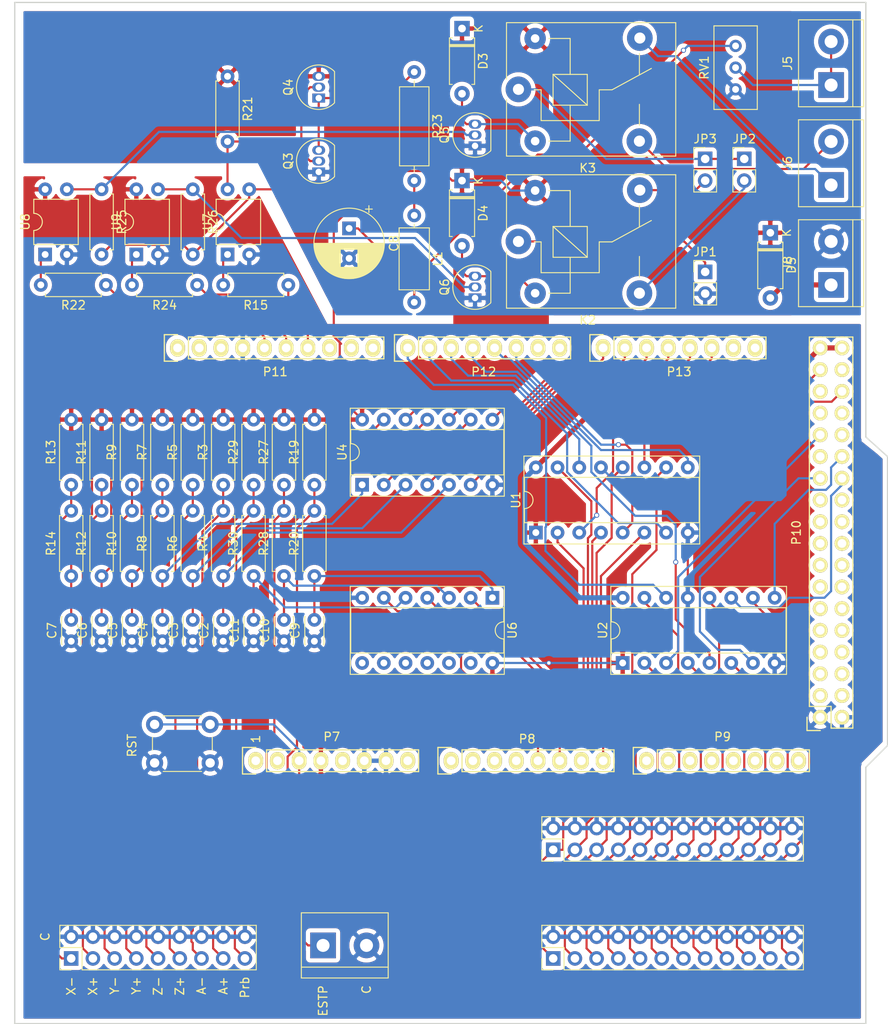
<source format=kicad_pcb>
(kicad_pcb (version 20171130) (host pcbnew 5.1.5+dfsg1-2)
  (title_block (date "mar. 31 mars 2015"))
  (layers (0 F.Cu signal) (31 B.Cu signal) (34 B.Paste user) (35 F.Paste user) (36 B.SilkS user) (37 F.SilkS user) (38 B.Mask user) (39 F.Mask user) (44 Edge.Cuts user))
  (net 0 "")
  (net 1 GND)
  (net 2 "/52(SCK)")
  (net 3 "/53(SS)")
  (net 4 "/50(MISO)")
  (net 5 "/51(MOSI)")
  (net 6 /48)
  (net 7 /49)
  (net 8 /46)
  (net 9 /47)
  (net 10 /44)
  (net 11 /45)
  (net 12 /42)
  (net 13 /43)
  (net 14 /40)
  (net 15 /41)
  (net 16 /38)
  (net 17 /39)
  (net 18 /36)
  (net 19 /37)
  (net 20 /34)
  (net 21 /35)
  (net 22 /30)
  (net 23 /29)
  (net 24 /26)
  (net 25 /27)
  (net 26 /24)
  (net 27 /23)
  (net 28 +5V)
  (net 29 /IOREF)
  (net 30 /Reset)
  (net 31 /Vin)
  (net 32 /A0)
  (net 33 /A1)
  (net 34 /A2)
  (net 35 /A3)
  (net 36 /A6)
  (net 37 /A8)
  (net 38 /A9)
  (net 39 /A10)
  (net 40 /A11)
  (net 41 /A12)
  (net 42 /A13)
  (net 43 /A14)
  (net 44 /A15)
  (net 45 /SCL)
  (net 46 /SDA)
  (net 47 /AREF)
  (net 48 "/10(**)")
  (net 49 "/9(**)")
  (net 50 "/8(**)")
  (net 51 "/20(SDA)")
  (net 52 "/21(SCL)")
  (net 53 +3V3)
  (net 54 "/1(Tx0)")
  (net 55 "/0(Rx0)")
  (net 56 Probe)
  (net 57 "Net-(P7-Pad1)")
  (net 58 m4dir)
  (net 59 m4enab)
  (net 60 m4step)
  (net 61 m3enab)
  (net 62 m2enab)
  (net 63 m1enab)
  (net 64 spenab)
  (net 65 sppwm)
  (net 66 m3dir)
  (net 67 m2dir)
  (net 68 m1dir)
  (net 69 m3step)
  (net 70 m2step)
  (net 71 m1step)
  (net 72 Xmn)
  (net 73 Xmx)
  (net 74 Ymn)
  (net 75 Ymx)
  (net 76 Zmn)
  (net 77 Zmx)
  (net 78 "Net-(C2-Pad2)")
  (net 79 "Net-(C3-Pad2)")
  (net 80 "Net-(C4-Pad2)")
  (net 81 "Net-(C5-Pad2)")
  (net 82 "Net-(C6-Pad2)")
  (net 83 "Net-(C7-Pad2)")
  (net 84 /Debounce_x6/SWZmax+)
  (net 85 /Debounce_x6/SWZmin+)
  (net 86 /Debounce_x6/SWYmax+)
  (net 87 /Debounce_x6/SWYmin+)
  (net 88 /Debounce_x6/SWXmax+)
  (net 89 /Debounce_x6/SWXmin+)
  (net 90 "Net-(C9-Pad2)")
  (net 91 /Debounce_x6/SWProbe+)
  (net 92 /Level_Shifter/hi_2_6)
  (net 93 /Level_Shifter/hi_2_5)
  (net 94 /Level_Shifter/hi_2_4)
  (net 95 /Level_Shifter/hi_2_3)
  (net 96 /Level_Shifter/hi_2_2)
  (net 97 /Level_Shifter/hi_2_1)
  (net 98 /Level_Shifter/hi_1_6)
  (net 99 /Level_Shifter/hi_1_5)
  (net 100 /Level_Shifter/hi_1_4)
  (net 101 /Level_Shifter/hi_1_3)
  (net 102 /Level_Shifter/hi_1_2)
  (net 103 /Level_Shifter/hi_1_1)
  (net 104 "Net-(P7-Pad5)")
  (net 105 /Spindle_VFD_Control/inverter_gnd)
  (net 106 "Net-(C8-Pad1)")
  (net 107 "Net-(C10-Pad2)")
  (net 108 "Net-(C11-Pad2)")
  (net 109 "Net-(D3-Pad2)")
  (net 110 "Net-(D4-Pad2)")
  (net 111 /Spindle_VFD_Control/inverter_12V)
  (net 112 /Debounce_x6/SWAmax+)
  (net 113 /Debounce_x6/SWAmin+)
  (net 114 /Spindle_VFD_Control/inverter_frequency_10V)
  (net 115 /Spindle_VFD_Control/inverter_bw_switch)
  (net 116 /Spindle_VFD_Control/inverter_fw_switch)
  (net 117 "Net-(JP1-Pad1)")
  (net 118 "Net-(JP2-Pad2)")
  (net 119 "Net-(JP2-Pad1)")
  (net 120 "Net-(JP3-Pad2)")
  (net 121 "Net-(L1-Pad1)")
  (net 122 Amn)
  (net 123 Amx)
  (net 124 spdir)
  (net 125 "Net-(Q3-Pad3)")
  (net 126 "Net-(Q3-Pad2)")
  (net 127 "Net-(Q5-Pad2)")
  (net 128 "Net-(Q6-Pad2)")
  (net 129 "Net-(R15-Pad2)")
  (net 130 "Net-(R22-Pad2)")
  (net 131 "Net-(R24-Pad2)")
  (net 132 /Spindle_VFD_Control/I_PWRSAFE)
  (module Capacitor_THT:CP_Radial_D8.0mm_P3.50mm (layer F.Cu) (at 142.24 56.896 270)
    (fp_text reference C8 (at 1.75 -5.25 90) (layer F.SilkS))
    (fp_text value 100u)
    (pad 2 thru_hole circle (at 3.5 0 270) (size 1.6 1.6) (drill 0.8) (layers *.Cu *.Mask) (net 105 /Spindle_VFD_Control/inverter_gnd))
    (pad 1 thru_hole rect (at 0 0 270) (size 1.6 1.6) (drill 0.8) (layers *.Cu *.Mask) (net 106 "Net-(C8-Pad1)"))
  )
  (module Package_DIP:DIP-4_W7.62mm (layer F.Cu) (at 117.348 59.944 90)
    (fp_text reference U9 (at 3.81 -2.33 90) (layer F.SilkS))
    (fp_text value PC817)
    (pad 4 thru_hole oval (at 7.62 0 90) (size 1.6 1.6) (drill 0.8) (layers *.Cu *.Mask) (net 53 +3V3))
    (pad 2 thru_hole oval (at 0 2.54 90) (size 1.6 1.6) (drill 0.8) (layers *.Cu *.Mask) (net 1 GND))
    (pad 3 thru_hole oval (at 7.62 2.54 90) (size 1.6 1.6) (drill 0.8) (layers *.Cu *.Mask) (net 128 "Net-(Q6-Pad2)"))
    (pad 1 thru_hole rect (at 0 0 90) (size 1.6 1.6) (drill 0.8) (layers *.Cu *.Mask) (net 131 "Net-(R24-Pad2)"))
  )
  (module Package_DIP:DIP-4_W7.62mm (layer F.Cu) (at 106.68 59.944 90)
    (fp_text reference U8 (at 3.81 -2.33 90) (layer F.SilkS))
    (fp_text value PC817)
    (pad 4 thru_hole oval (at 7.62 0 90) (size 1.6 1.6) (drill 0.8) (layers *.Cu *.Mask) (net 53 +3V3))
    (pad 2 thru_hole oval (at 0 2.54 90) (size 1.6 1.6) (drill 0.8) (layers *.Cu *.Mask) (net 1 GND))
    (pad 3 thru_hole oval (at 7.62 2.54 90) (size 1.6 1.6) (drill 0.8) (layers *.Cu *.Mask) (net 127 "Net-(Q5-Pad2)"))
    (pad 1 thru_hole rect (at 0 0 90) (size 1.6 1.6) (drill 0.8) (layers *.Cu *.Mask) (net 130 "Net-(R22-Pad2)"))
  )
  (module Package_DIP:DIP-4_W7.62mm (layer F.Cu) (at 128.016 59.944 90)
    (fp_text reference U7 (at 3.81 -2.33 90) (layer F.SilkS))
    (fp_text value PC817)
    (pad 4 thru_hole oval (at 7.62 0 90) (size 1.6 1.6) (drill 0.8) (layers *.Cu *.Mask) (net 126 "Net-(Q3-Pad2)"))
    (pad 2 thru_hole oval (at 0 2.54 90) (size 1.6 1.6) (drill 0.8) (layers *.Cu *.Mask) (net 1 GND))
    (pad 3 thru_hole oval (at 7.62 2.54 90) (size 1.6 1.6) (drill 0.8) (layers *.Cu *.Mask) (net 105 /Spindle_VFD_Control/inverter_gnd))
    (pad 1 thru_hole rect (at 0 0 90) (size 1.6 1.6) (drill 0.8) (layers *.Cu *.Mask) (net 129 "Net-(R15-Pad2)"))
  )
  (module Potentiometer_THT:Potentiometer_Bourns_3296W_Vertical (layer F.Cu) (at 187.452 35.56 90)
    (fp_text reference RV1 (at -2.54 -3.66 90) (layer F.SilkS))
    (fp_text value 100K)
    (pad 3 thru_hole circle (at -5.08 0 90) (size 1.44 1.44) (drill 0.8) (layers *.Cu *.Mask) (net 105 /Spindle_VFD_Control/inverter_gnd))
    (pad 2 thru_hole circle (at -2.54 0 90) (size 1.44 1.44) (drill 0.8) (layers *.Cu *.Mask) (net 114 /Spindle_VFD_Control/inverter_frequency_10V))
    (pad 1 thru_hole circle (at 0 0 90) (size 1.44 1.44) (drill 0.8) (layers *.Cu *.Mask) (net 106 "Net-(C8-Pad1)"))
  )
  (module Resistor_THT:R_Axial_DIN0207_L6.3mm_D2.5mm_P7.62mm_Horizontal (layer F.Cu) (at 131.064 97.536 90)
    (fp_text reference R30 (at 3.81 -2.37 90) (layer F.SilkS))
    (fp_text value 10K)
    (pad 2 thru_hole oval (at 7.62 0 90) (size 1.6 1.6) (drill 0.8) (layers *.Cu *.Mask) (net 113 /Debounce_x6/SWAmin+))
    (pad 1 thru_hole circle (at 0 0 90) (size 1.6 1.6) (drill 0.8) (layers *.Cu *.Mask) (net 108 "Net-(C11-Pad2)"))
  )
  (module Resistor_THT:R_Axial_DIN0207_L6.3mm_D2.5mm_P7.62mm_Horizontal (layer F.Cu) (at 131.064 86.868 90)
    (fp_text reference R29 (at 3.81 -2.37 90) (layer F.SilkS))
    (fp_text value 10K)
    (pad 2 thru_hole oval (at 7.62 0 90) (size 1.6 1.6) (drill 0.8) (layers *.Cu *.Mask) (net 53 +3V3))
    (pad 1 thru_hole circle (at 0 0 90) (size 1.6 1.6) (drill 0.8) (layers *.Cu *.Mask) (net 113 /Debounce_x6/SWAmin+))
  )
  (module Resistor_THT:R_Axial_DIN0207_L6.3mm_D2.5mm_P7.62mm_Horizontal (layer F.Cu) (at 134.62 97.536 90)
    (fp_text reference R28 (at 3.81 -2.37 90) (layer F.SilkS))
    (fp_text value 10K)
    (pad 2 thru_hole oval (at 7.62 0 90) (size 1.6 1.6) (drill 0.8) (layers *.Cu *.Mask) (net 112 /Debounce_x6/SWAmax+))
    (pad 1 thru_hole circle (at 0 0 90) (size 1.6 1.6) (drill 0.8) (layers *.Cu *.Mask) (net 107 "Net-(C10-Pad2)"))
  )
  (module Resistor_THT:R_Axial_DIN0207_L6.3mm_D2.5mm_P7.62mm_Horizontal (layer F.Cu) (at 134.62 86.868 90)
    (fp_text reference R27 (at 3.81 -2.37 90) (layer F.SilkS))
    (fp_text value 10K)
    (pad 2 thru_hole oval (at 7.62 0 90) (size 1.6 1.6) (drill 0.8) (layers *.Cu *.Mask) (net 53 +3V3))
    (pad 1 thru_hole circle (at 0 0 90) (size 1.6 1.6) (drill 0.8) (layers *.Cu *.Mask) (net 112 /Debounce_x6/SWAmax+))
  )
  (module Resistor_THT:R_Axial_DIN0207_L6.3mm_D2.5mm_P7.62mm_Horizontal (layer F.Cu) (at 123.952 52.324 270)
    (fp_text reference R26 (at 3.81 -2.37 90) (layer F.SilkS))
    (fp_text value 10K)
    (pad 2 thru_hole oval (at 7.62 0 270) (size 1.6 1.6) (drill 0.8) (layers *.Cu *.Mask) (net 105 /Spindle_VFD_Control/inverter_gnd))
    (pad 1 thru_hole circle (at 0 0 270) (size 1.6 1.6) (drill 0.8) (layers *.Cu *.Mask) (net 128 "Net-(Q6-Pad2)"))
  )
  (module Resistor_THT:R_Axial_DIN0207_L6.3mm_D2.5mm_P7.62mm_Horizontal (layer F.Cu) (at 113.284 52.324 270)
    (fp_text reference R25 (at 3.81 -2.37 90) (layer F.SilkS))
    (fp_text value 10K)
    (pad 2 thru_hole oval (at 7.62 0 270) (size 1.6 1.6) (drill 0.8) (layers *.Cu *.Mask) (net 105 /Spindle_VFD_Control/inverter_gnd))
    (pad 1 thru_hole circle (at 0 0 270) (size 1.6 1.6) (drill 0.8) (layers *.Cu *.Mask) (net 127 "Net-(Q5-Pad2)"))
  )
  (module Resistor_THT:R_Axial_DIN0207_L6.3mm_D2.5mm_P7.62mm_Horizontal (layer F.Cu) (at 124.46 63.5 180)
    (fp_text reference R24 (at 3.81 -2.37) (layer F.SilkS))
    (fp_text value 220)
    (pad 2 thru_hole oval (at 7.62 0 180) (size 1.6 1.6) (drill 0.8) (layers *.Cu *.Mask) (net 131 "Net-(R24-Pad2)"))
    (pad 1 thru_hole circle (at 0 0 180) (size 1.6 1.6) (drill 0.8) (layers *.Cu *.Mask) (net 64 spenab))
  )
  (module Resistor_THT:R_Axial_DIN0309_L9.0mm_D3.2mm_P12.70mm_Horizontal (layer F.Cu) (at 149.86 38.608 270)
    (fp_text reference R23 (at 6.35 -2.72 90) (layer F.SilkS))
    (fp_text value 330)
    (pad 2 thru_hole oval (at 12.7 0 270) (size 1.6 1.6) (drill 0.8) (layers *.Cu *.Mask) (net 121 "Net-(L1-Pad1)"))
    (pad 1 thru_hole circle (at 0 0 270) (size 1.6 1.6) (drill 0.8) (layers *.Cu *.Mask) (net 125 "Net-(Q3-Pad3)"))
  )
  (module Resistor_THT:R_Axial_DIN0207_L6.3mm_D2.5mm_P7.62mm_Horizontal (layer F.Cu) (at 113.792 63.5 180)
    (fp_text reference R22 (at 3.81 -2.37) (layer F.SilkS))
    (fp_text value 220)
    (pad 2 thru_hole oval (at 7.62 0 180) (size 1.6 1.6) (drill 0.8) (layers *.Cu *.Mask) (net 130 "Net-(R22-Pad2)"))
    (pad 1 thru_hole circle (at 0 0 180) (size 1.6 1.6) (drill 0.8) (layers *.Cu *.Mask) (net 124 spdir))
  )
  (module Resistor_THT:R_Axial_DIN0207_L6.3mm_D2.5mm_P7.62mm_Horizontal (layer F.Cu) (at 128.016 39.116 270)
    (fp_text reference R21 (at 3.81 -2.37 90) (layer F.SilkS))
    (fp_text value 10K)
    (pad 2 thru_hole oval (at 7.62 0 270) (size 1.6 1.6) (drill 0.8) (layers *.Cu *.Mask) (net 126 "Net-(Q3-Pad2)"))
    (pad 1 thru_hole circle (at 0 0 270) (size 1.6 1.6) (drill 0.8) (layers *.Cu *.Mask) (net 132 /Spindle_VFD_Control/I_PWRSAFE))
  )
  (module Resistor_THT:R_Axial_DIN0207_L6.3mm_D2.5mm_P7.62mm_Horizontal (layer F.Cu) (at 138.176 97.536 90)
    (fp_text reference R20 (at 3.81 -2.37 90) (layer F.SilkS))
    (fp_text value 10K)
    (pad 2 thru_hole oval (at 7.62 0 90) (size 1.6 1.6) (drill 0.8) (layers *.Cu *.Mask) (net 91 /Debounce_x6/SWProbe+))
    (pad 1 thru_hole circle (at 0 0 90) (size 1.6 1.6) (drill 0.8) (layers *.Cu *.Mask) (net 90 "Net-(C9-Pad2)"))
  )
  (module Resistor_THT:R_Axial_DIN0207_L6.3mm_D2.5mm_P7.62mm_Horizontal (layer F.Cu) (at 138.176 86.868 90)
    (fp_text reference R19 (at 3.81 -2.37 90) (layer F.SilkS))
    (fp_text value 10K)
    (pad 2 thru_hole oval (at 7.62 0 90) (size 1.6 1.6) (drill 0.8) (layers *.Cu *.Mask) (net 53 +3V3))
    (pad 1 thru_hole circle (at 0 0 90) (size 1.6 1.6) (drill 0.8) (layers *.Cu *.Mask) (net 91 /Debounce_x6/SWProbe+))
  )
  (module Resistor_THT:R_Axial_DIN0207_L6.3mm_D2.5mm_P7.62mm_Horizontal (layer F.Cu) (at 135.128 63.5 180)
    (fp_text reference R15 (at 3.81 -2.37) (layer F.SilkS))
    (fp_text value 220)
    (pad 2 thru_hole oval (at 7.62 0 180) (size 1.6 1.6) (drill 0.8) (layers *.Cu *.Mask) (net 129 "Net-(R15-Pad2)"))
    (pad 1 thru_hole circle (at 0 0 180) (size 1.6 1.6) (drill 0.8) (layers *.Cu *.Mask) (net 65 sppwm))
  )
  (module Resistor_THT:R_Axial_DIN0207_L6.3mm_D2.5mm_P7.62mm_Horizontal (layer F.Cu) (at 109.728 97.536 90)
    (fp_text reference R14 (at 3.81 -2.37 90) (layer F.SilkS))
    (fp_text value 10K)
    (pad 2 thru_hole oval (at 7.62 0 90) (size 1.6 1.6) (drill 0.8) (layers *.Cu *.Mask) (net 89 /Debounce_x6/SWXmin+))
    (pad 1 thru_hole circle (at 0 0 90) (size 1.6 1.6) (drill 0.8) (layers *.Cu *.Mask) (net 83 "Net-(C7-Pad2)"))
  )
  (module Resistor_THT:R_Axial_DIN0207_L6.3mm_D2.5mm_P7.62mm_Horizontal (layer F.Cu) (at 109.728 86.868 90)
    (fp_text reference R13 (at 3.81 -2.37 90) (layer F.SilkS))
    (fp_text value 10K)
    (pad 2 thru_hole oval (at 7.62 0 90) (size 1.6 1.6) (drill 0.8) (layers *.Cu *.Mask) (net 53 +3V3))
    (pad 1 thru_hole circle (at 0 0 90) (size 1.6 1.6) (drill 0.8) (layers *.Cu *.Mask) (net 89 /Debounce_x6/SWXmin+))
  )
  (module Resistor_THT:R_Axial_DIN0207_L6.3mm_D2.5mm_P7.62mm_Horizontal (layer F.Cu) (at 113.284 97.536 90)
    (fp_text reference R12 (at 3.81 -2.37 90) (layer F.SilkS))
    (fp_text value 10K)
    (pad 2 thru_hole oval (at 7.62 0 90) (size 1.6 1.6) (drill 0.8) (layers *.Cu *.Mask) (net 88 /Debounce_x6/SWXmax+))
    (pad 1 thru_hole circle (at 0 0 90) (size 1.6 1.6) (drill 0.8) (layers *.Cu *.Mask) (net 82 "Net-(C6-Pad2)"))
  )
  (module Resistor_THT:R_Axial_DIN0207_L6.3mm_D2.5mm_P7.62mm_Horizontal (layer F.Cu) (at 113.284 86.868 90)
    (fp_text reference R11 (at 3.81 -2.37 90) (layer F.SilkS))
    (fp_text value 10K)
    (pad 2 thru_hole oval (at 7.62 0 90) (size 1.6 1.6) (drill 0.8) (layers *.Cu *.Mask) (net 53 +3V3))
    (pad 1 thru_hole circle (at 0 0 90) (size 1.6 1.6) (drill 0.8) (layers *.Cu *.Mask) (net 88 /Debounce_x6/SWXmax+))
  )
  (module Resistor_THT:R_Axial_DIN0207_L6.3mm_D2.5mm_P7.62mm_Horizontal (layer F.Cu) (at 116.84 97.536 90)
    (fp_text reference R10 (at 3.81 -2.37 90) (layer F.SilkS))
    (fp_text value 10K)
    (pad 2 thru_hole oval (at 7.62 0 90) (size 1.6 1.6) (drill 0.8) (layers *.Cu *.Mask) (net 87 /Debounce_x6/SWYmin+))
    (pad 1 thru_hole circle (at 0 0 90) (size 1.6 1.6) (drill 0.8) (layers *.Cu *.Mask) (net 81 "Net-(C5-Pad2)"))
  )
  (module Resistor_THT:R_Axial_DIN0207_L6.3mm_D2.5mm_P7.62mm_Horizontal (layer F.Cu) (at 116.84 86.868 90)
    (fp_text reference R9 (at 3.81 -2.37 90) (layer F.SilkS))
    (fp_text value 10K)
    (pad 2 thru_hole oval (at 7.62 0 90) (size 1.6 1.6) (drill 0.8) (layers *.Cu *.Mask) (net 53 +3V3))
    (pad 1 thru_hole circle (at 0 0 90) (size 1.6 1.6) (drill 0.8) (layers *.Cu *.Mask) (net 87 /Debounce_x6/SWYmin+))
  )
  (module Resistor_THT:R_Axial_DIN0207_L6.3mm_D2.5mm_P7.62mm_Horizontal (layer F.Cu) (at 120.396 97.536 90)
    (fp_text reference R8 (at 3.81 -2.37 90) (layer F.SilkS))
    (fp_text value 10K)
    (pad 2 thru_hole oval (at 7.62 0 90) (size 1.6 1.6) (drill 0.8) (layers *.Cu *.Mask) (net 86 /Debounce_x6/SWYmax+))
    (pad 1 thru_hole circle (at 0 0 90) (size 1.6 1.6) (drill 0.8) (layers *.Cu *.Mask) (net 80 "Net-(C4-Pad2)"))
  )
  (module Resistor_THT:R_Axial_DIN0207_L6.3mm_D2.5mm_P7.62mm_Horizontal (layer F.Cu) (at 120.396 86.868 90)
    (fp_text reference R7 (at 3.81 -2.37 90) (layer F.SilkS))
    (fp_text value 10K)
    (pad 2 thru_hole oval (at 7.62 0 90) (size 1.6 1.6) (drill 0.8) (layers *.Cu *.Mask) (net 53 +3V3))
    (pad 1 thru_hole circle (at 0 0 90) (size 1.6 1.6) (drill 0.8) (layers *.Cu *.Mask) (net 86 /Debounce_x6/SWYmax+))
  )
  (module Resistor_THT:R_Axial_DIN0207_L6.3mm_D2.5mm_P7.62mm_Horizontal (layer F.Cu) (at 123.952 97.536 90)
    (fp_text reference R6 (at 3.81 -2.37 90) (layer F.SilkS))
    (fp_text value 10K)
    (pad 2 thru_hole oval (at 7.62 0 90) (size 1.6 1.6) (drill 0.8) (layers *.Cu *.Mask) (net 85 /Debounce_x6/SWZmin+))
    (pad 1 thru_hole circle (at 0 0 90) (size 1.6 1.6) (drill 0.8) (layers *.Cu *.Mask) (net 79 "Net-(C3-Pad2)"))
  )
  (module Resistor_THT:R_Axial_DIN0207_L6.3mm_D2.5mm_P7.62mm_Horizontal (layer F.Cu) (at 123.952 86.868 90)
    (fp_text reference R5 (at 3.81 -2.37 90) (layer F.SilkS))
    (fp_text value 10K)
    (pad 2 thru_hole oval (at 7.62 0 90) (size 1.6 1.6) (drill 0.8) (layers *.Cu *.Mask) (net 53 +3V3))
    (pad 1 thru_hole circle (at 0 0 90) (size 1.6 1.6) (drill 0.8) (layers *.Cu *.Mask) (net 85 /Debounce_x6/SWZmin+))
  )
  (module Resistor_THT:R_Axial_DIN0207_L6.3mm_D2.5mm_P7.62mm_Horizontal (layer F.Cu) (at 127.508 97.536 90)
    (fp_text reference R4 (at 3.81 -2.37 90) (layer F.SilkS))
    (fp_text value 10K)
    (pad 2 thru_hole oval (at 7.62 0 90) (size 1.6 1.6) (drill 0.8) (layers *.Cu *.Mask) (net 84 /Debounce_x6/SWZmax+))
    (pad 1 thru_hole circle (at 0 0 90) (size 1.6 1.6) (drill 0.8) (layers *.Cu *.Mask) (net 78 "Net-(C2-Pad2)"))
  )
  (module Resistor_THT:R_Axial_DIN0207_L6.3mm_D2.5mm_P7.62mm_Horizontal (layer F.Cu) (at 127.508 86.868 90)
    (fp_text reference R3 (at 3.81 -2.37 90) (layer F.SilkS))
    (fp_text value 10K)
    (pad 2 thru_hole oval (at 7.62 0 90) (size 1.6 1.6) (drill 0.8) (layers *.Cu *.Mask) (net 53 +3V3))
    (pad 1 thru_hole circle (at 0 0 90) (size 1.6 1.6) (drill 0.8) (layers *.Cu *.Mask) (net 84 /Debounce_x6/SWZmax+))
  )
  (module Package_TO_SOT_THT:TO-92_Inline (layer F.Cu) (at 156.972 65.024 90)
    (fp_text reference Q6 (at 1.27 -3.56 90) (layer F.SilkS))
    (fp_text value 2N7000)
    (pad 1 thru_hole rect (at 0 0 90) (size 1.05 1.5) (drill 0.75) (layers *.Cu *.Mask) (net 105 /Spindle_VFD_Control/inverter_gnd))
    (pad 3 thru_hole oval (at 2.54 0 90) (size 1.05 1.5) (drill 0.75) (layers *.Cu *.Mask) (net 110 "Net-(D4-Pad2)"))
    (pad 2 thru_hole oval (at 1.27 0 90) (size 1.05 1.5) (drill 0.75) (layers *.Cu *.Mask) (net 128 "Net-(Q6-Pad2)"))
  )
  (module Package_TO_SOT_THT:TO-92_Inline (layer F.Cu) (at 156.972 47.244 90)
    (fp_text reference Q5 (at 1.27 -3.56 90) (layer F.SilkS))
    (fp_text value 2N7000)
    (pad 1 thru_hole rect (at 0 0 90) (size 1.05 1.5) (drill 0.75) (layers *.Cu *.Mask) (net 105 /Spindle_VFD_Control/inverter_gnd))
    (pad 3 thru_hole oval (at 2.54 0 90) (size 1.05 1.5) (drill 0.75) (layers *.Cu *.Mask) (net 109 "Net-(D3-Pad2)"))
    (pad 2 thru_hole oval (at 1.27 0 90) (size 1.05 1.5) (drill 0.75) (layers *.Cu *.Mask) (net 127 "Net-(Q5-Pad2)"))
  )
  (module Package_TO_SOT_THT:TO-92_Inline (layer F.Cu) (at 138.684 41.656 90)
    (fp_text reference Q4 (at 1.27 -3.56 90) (layer F.SilkS))
    (fp_text value BS250)
    (pad 1 thru_hole rect (at 0 0 90) (size 1.05 1.5) (drill 0.75) (layers *.Cu *.Mask) (net 125 "Net-(Q3-Pad3)"))
    (pad 3 thru_hole oval (at 2.54 0 90) (size 1.05 1.5) (drill 0.75) (layers *.Cu *.Mask) (net 132 /Spindle_VFD_Control/I_PWRSAFE))
    (pad 2 thru_hole oval (at 1.27 0 90) (size 1.05 1.5) (drill 0.75) (layers *.Cu *.Mask) (net 126 "Net-(Q3-Pad2)"))
  )
  (module Package_TO_SOT_THT:TO-92_Inline (layer F.Cu) (at 138.684 50.292 90)
    (fp_text reference Q3 (at 1.27 -3.56 90) (layer F.SilkS))
    (fp_text value 2N7000)
    (pad 1 thru_hole rect (at 0 0 90) (size 1.05 1.5) (drill 0.75) (layers *.Cu *.Mask) (net 105 /Spindle_VFD_Control/inverter_gnd))
    (pad 3 thru_hole oval (at 2.54 0 90) (size 1.05 1.5) (drill 0.75) (layers *.Cu *.Mask) (net 125 "Net-(Q3-Pad3)"))
    (pad 2 thru_hole oval (at 1.27 0 90) (size 1.05 1.5) (drill 0.75) (layers *.Cu *.Mask) (net 126 "Net-(Q3-Pad2)"))
  )
  (module Inductor_THT:L_Axial_L7.0mm_D3.3mm_P10.16mm_Horizontal_Fastron_MICC (layer F.Cu) (at 149.86 55.372 270)
    (fp_text reference L1 (at 5.08 -2.77 90) (layer F.SilkS))
    (fp_text value 1m)
    (pad 2 thru_hole oval (at 10.16 0 270) (size 1.6 1.6) (drill 0.8) (layers *.Cu *.Mask) (net 106 "Net-(C8-Pad1)"))
    (pad 1 thru_hole circle (at 0 0 270) (size 1.6 1.6) (drill 0.8) (layers *.Cu *.Mask) (net 121 "Net-(L1-Pad1)"))
  )
  (module Relay_THT:Relay_SPDT_SANYOU_SRD_Series_Form_C (layer F.Cu) (at 162.052 40.64)
    (fp_text reference K3 (at 8.1 9.2) (layer F.SilkS))
    (fp_text value JQC-3F)
    (pad 1 thru_hole circle (at 0 0 90) (size 3 3) (drill 1.3) (layers *.Cu *.Mask) (net 119 "Net-(JP2-Pad1)"))
    (pad 5 thru_hole circle (at 1.95 -5.95 90) (size 2.5 2.5) (drill 1) (layers *.Cu *.Mask) (net 53 +3V3))
    (pad 4 thru_hole circle (at 14.2 -6 90) (size 3 3) (drill 1.3) (layers *.Cu *.Mask) (net 116 /Spindle_VFD_Control/inverter_fw_switch))
    (pad 3 thru_hole circle (at 14.15 6.05 90) (size 3 3) (drill 1.3) (layers *.Cu *.Mask) (net 115 /Spindle_VFD_Control/inverter_bw_switch))
    (pad 2 thru_hole circle (at 1.95 6.05 90) (size 2.5 2.5) (drill 1) (layers *.Cu *.Mask) (net 109 "Net-(D3-Pad2)"))
  )
  (module Relay_THT:Relay_SPDT_SANYOU_SRD_Series_Form_C (layer F.Cu) (at 162.052 58.42)
    (fp_text reference K2 (at 8.1 9.2) (layer F.SilkS))
    (fp_text value JQC-3F)
    (pad 1 thru_hole circle (at 0 0 90) (size 3 3) (drill 1.3) (layers *.Cu *.Mask) (net 117 "Net-(JP1-Pad1)"))
    (pad 5 thru_hole circle (at 1.95 -5.95 90) (size 2.5 2.5) (drill 1) (layers *.Cu *.Mask) (net 53 +3V3))
    (pad 4 thru_hole circle (at 14.2 -6 90) (size 3 3) (drill 1.3) (layers *.Cu *.Mask) (net 120 "Net-(JP3-Pad2)"))
    (pad 3 thru_hole circle (at 14.15 6.05 90) (size 3 3) (drill 1.3) (layers *.Cu *.Mask) (net 118 "Net-(JP2-Pad2)"))
    (pad 2 thru_hole circle (at 1.95 6.05 90) (size 2.5 2.5) (drill 1) (layers *.Cu *.Mask) (net 110 "Net-(D4-Pad2)"))
  )
  (module Connector_PinHeader_2.54mm:PinHeader_1x02_P2.54mm_Vertical (layer F.Cu) (at 183.896 48.768)
    (fp_text reference JP3 (at 0 -2.33) (layer F.SilkS))
    (fp_text value Jumper_NC_Small)
    (pad 2 thru_hole oval (at 0 2.54) (size 1.7 1.7) (drill 1) (layers *.Cu *.Mask) (net 120 "Net-(JP3-Pad2)"))
    (pad 1 thru_hole rect (at 0 0) (size 1.7 1.7) (drill 1) (layers *.Cu *.Mask) (net 119 "Net-(JP2-Pad1)"))
  )
  (module Connector_PinHeader_2.54mm:PinHeader_1x02_P2.54mm_Vertical (layer F.Cu) (at 188.468 48.768)
    (fp_text reference JP2 (at 0 -2.33) (layer F.SilkS))
    (fp_text value Jumper_NC_Small)
    (pad 2 thru_hole oval (at 0 2.54) (size 1.7 1.7) (drill 1) (layers *.Cu *.Mask) (net 118 "Net-(JP2-Pad2)"))
    (pad 1 thru_hole rect (at 0 0) (size 1.7 1.7) (drill 1) (layers *.Cu *.Mask) (net 119 "Net-(JP2-Pad1)"))
  )
  (module Connector_PinHeader_2.54mm:PinHeader_1x02_P2.54mm_Vertical (layer F.Cu) (at 183.896 61.976)
    (fp_text reference JP1 (at 0 -2.33) (layer F.SilkS))
    (fp_text value Jumper_NC_Small)
    (pad 2 thru_hole oval (at 0 2.54) (size 1.7 1.7) (drill 1) (layers *.Cu *.Mask) (net 105 /Spindle_VFD_Control/inverter_gnd))
    (pad 1 thru_hole rect (at 0 0) (size 1.7 1.7) (drill 1) (layers *.Cu *.Mask) (net 117 "Net-(JP1-Pad1)"))
  )
  (module Connector_PinHeader_2.54mm:PinHeader_2x12_P2.54mm_Vertical (layer F.Cu) (at 166.116 142.24 90)
    (fp_text reference J9 hide)
    (fp_text value Motor_Control_Mirror)
    (pad 24 thru_hole oval (at 2.54 27.94 90) (size 1.7 1.7) (drill 1) (layers *.Cu *.Mask) (net 1 GND))
    (pad 23 thru_hole oval (at 0 27.94 90) (size 1.7 1.7) (drill 1) (layers *.Cu *.Mask) (net 92 /Level_Shifter/hi_2_6))
    (pad 22 thru_hole oval (at 2.54 25.4 90) (size 1.7 1.7) (drill 1) (layers *.Cu *.Mask) (net 1 GND))
    (pad 21 thru_hole oval (at 0 25.4 90) (size 1.7 1.7) (drill 1) (layers *.Cu *.Mask) (net 93 /Level_Shifter/hi_2_5))
    (pad 20 thru_hole oval (at 2.54 22.86 90) (size 1.7 1.7) (drill 1) (layers *.Cu *.Mask) (net 1 GND))
    (pad 19 thru_hole oval (at 0 22.86 90) (size 1.7 1.7) (drill 1) (layers *.Cu *.Mask) (net 94 /Level_Shifter/hi_2_4))
    (pad 18 thru_hole oval (at 2.54 20.32 90) (size 1.7 1.7) (drill 1) (layers *.Cu *.Mask) (net 1 GND))
    (pad 17 thru_hole oval (at 0 20.32 90) (size 1.7 1.7) (drill 1) (layers *.Cu *.Mask) (net 95 /Level_Shifter/hi_2_3))
    (pad 16 thru_hole oval (at 2.54 17.78 90) (size 1.7 1.7) (drill 1) (layers *.Cu *.Mask) (net 1 GND))
    (pad 15 thru_hole oval (at 0 17.78 90) (size 1.7 1.7) (drill 1) (layers *.Cu *.Mask) (net 96 /Level_Shifter/hi_2_2))
    (pad 14 thru_hole oval (at 2.54 15.24 90) (size 1.7 1.7) (drill 1) (layers *.Cu *.Mask) (net 1 GND))
    (pad 13 thru_hole oval (at 0 15.24 90) (size 1.7 1.7) (drill 1) (layers *.Cu *.Mask) (net 97 /Level_Shifter/hi_2_1))
    (pad 12 thru_hole oval (at 2.54 12.7 90) (size 1.7 1.7) (drill 1) (layers *.Cu *.Mask) (net 1 GND))
    (pad 11 thru_hole oval (at 0 12.7 90) (size 1.7 1.7) (drill 1) (layers *.Cu *.Mask) (net 98 /Level_Shifter/hi_1_6))
    (pad 10 thru_hole oval (at 2.54 10.16 90) (size 1.7 1.7) (drill 1) (layers *.Cu *.Mask) (net 1 GND))
    (pad 9 thru_hole oval (at 0 10.16 90) (size 1.7 1.7) (drill 1) (layers *.Cu *.Mask) (net 99 /Level_Shifter/hi_1_5))
    (pad 8 thru_hole oval (at 2.54 7.62 90) (size 1.7 1.7) (drill 1) (layers *.Cu *.Mask) (net 1 GND))
    (pad 7 thru_hole oval (at 0 7.62 90) (size 1.7 1.7) (drill 1) (layers *.Cu *.Mask) (net 100 /Level_Shifter/hi_1_4))
    (pad 6 thru_hole oval (at 2.54 5.08 90) (size 1.7 1.7) (drill 1) (layers *.Cu *.Mask) (net 1 GND))
    (pad 5 thru_hole oval (at 0 5.08 90) (size 1.7 1.7) (drill 1) (layers *.Cu *.Mask) (net 101 /Level_Shifter/hi_1_3))
    (pad 4 thru_hole oval (at 2.54 2.54 90) (size 1.7 1.7) (drill 1) (layers *.Cu *.Mask) (net 1 GND))
    (pad 3 thru_hole oval (at 0 2.54 90) (size 1.7 1.7) (drill 1) (layers *.Cu *.Mask) (net 102 /Level_Shifter/hi_1_2))
    (pad 2 thru_hole oval (at 2.54 0 90) (size 1.7 1.7) (drill 1) (layers *.Cu *.Mask) (net 1 GND))
    (pad 1 thru_hole rect (at 0 0 90) (size 1.7 1.7) (drill 1) (layers *.Cu *.Mask) (net 103 /Level_Shifter/hi_1_1))
  )
  (module TerminalBlock:TerminalBlock_bornier-2_P5.08mm (layer F.Cu) (at 198.628 63.5 90)
    (fp_text reference J8 (at 2.54 -5.08 90) (layer F.SilkS))
    (fp_text value inverter_power)
    (pad 2 thru_hole circle (at 5.08 0 90) (size 3 3) (drill 1.52) (layers *.Cu *.Mask) (net 105 /Spindle_VFD_Control/inverter_gnd))
    (pad 1 thru_hole rect (at 0 0 90) (size 3 3) (drill 1.52) (layers *.Cu *.Mask) (net 111 /Spindle_VFD_Control/inverter_12V))
  )
  (module TerminalBlock:TerminalBlock_bornier-2_P5.08mm (layer F.Cu) (at 198.628 51.816 90)
    (fp_text reference J6 (at 2.54 -5.08 90) (layer F.SilkS))
    (fp_text value inverter_cmd)
    (pad 2 thru_hole circle (at 5.08 0 90) (size 3 3) (drill 1.52) (layers *.Cu *.Mask) (net 115 /Spindle_VFD_Control/inverter_bw_switch))
    (pad 1 thru_hole rect (at 0 0 90) (size 3 3) (drill 1.52) (layers *.Cu *.Mask) (net 116 /Spindle_VFD_Control/inverter_fw_switch))
  )
  (module TerminalBlock:TerminalBlock_bornier-2_P5.08mm (layer F.Cu) (at 198.628 40.132 90)
    (fp_text reference J5 (at 2.54 -5.08 90) (layer F.SilkS))
    (fp_text value inverter_freq)
    (pad 2 thru_hole circle (at 5.08 0 90) (size 3 3) (drill 1.52) (layers *.Cu *.Mask) (net 114 /Spindle_VFD_Control/inverter_frequency_10V))
    (pad 1 thru_hole rect (at 0 0 90) (size 3 3) (drill 1.52) (layers *.Cu *.Mask) (net 114 /Spindle_VFD_Control/inverter_frequency_10V))
  )
  (module Connector_PinHeader_2.54mm:PinHeader_2x09_P2.54mm_Vertical (layer F.Cu) (at 109.728 142.24 90)
    (fp_text reference J4 hide)
    (fp_text value Limit_Switches)
    (pad 18 thru_hole oval (at 2.54 20.32 90) (size 1.7 1.7) (drill 1) (layers *.Cu *.Mask) (net 1 GND))
    (pad 17 thru_hole oval (at 0 20.32 90) (size 1.7 1.7) (drill 1) (layers *.Cu *.Mask) (net 91 /Debounce_x6/SWProbe+))
    (pad 16 thru_hole oval (at 2.54 17.78 90) (size 1.7 1.7) (drill 1) (layers *.Cu *.Mask) (net 1 GND))
    (pad 15 thru_hole oval (at 0 17.78 90) (size 1.7 1.7) (drill 1) (layers *.Cu *.Mask) (net 112 /Debounce_x6/SWAmax+))
    (pad 14 thru_hole oval (at 2.54 15.24 90) (size 1.7 1.7) (drill 1) (layers *.Cu *.Mask) (net 1 GND))
    (pad 13 thru_hole oval (at 0 15.24 90) (size 1.7 1.7) (drill 1) (layers *.Cu *.Mask) (net 113 /Debounce_x6/SWAmin+))
    (pad 12 thru_hole oval (at 2.54 12.7 90) (size 1.7 1.7) (drill 1) (layers *.Cu *.Mask) (net 1 GND))
    (pad 11 thru_hole oval (at 0 12.7 90) (size 1.7 1.7) (drill 1) (layers *.Cu *.Mask) (net 84 /Debounce_x6/SWZmax+))
    (pad 10 thru_hole oval (at 2.54 10.16 90) (size 1.7 1.7) (drill 1) (layers *.Cu *.Mask) (net 1 GND))
    (pad 9 thru_hole oval (at 0 10.16 90) (size 1.7 1.7) (drill 1) (layers *.Cu *.Mask) (net 85 /Debounce_x6/SWZmin+))
    (pad 8 thru_hole oval (at 2.54 7.62 90) (size 1.7 1.7) (drill 1) (layers *.Cu *.Mask) (net 1 GND))
    (pad 7 thru_hole oval (at 0 7.62 90) (size 1.7 1.7) (drill 1) (layers *.Cu *.Mask) (net 86 /Debounce_x6/SWYmax+))
    (pad 6 thru_hole oval (at 2.54 5.08 90) (size 1.7 1.7) (drill 1) (layers *.Cu *.Mask) (net 1 GND))
    (pad 5 thru_hole oval (at 0 5.08 90) (size 1.7 1.7) (drill 1) (layers *.Cu *.Mask) (net 87 /Debounce_x6/SWYmin+))
    (pad 4 thru_hole oval (at 2.54 2.54 90) (size 1.7 1.7) (drill 1) (layers *.Cu *.Mask) (net 1 GND))
    (pad 3 thru_hole oval (at 0 2.54 90) (size 1.7 1.7) (drill 1) (layers *.Cu *.Mask) (net 88 /Debounce_x6/SWXmax+))
    (pad 2 thru_hole oval (at 2.54 0 90) (size 1.7 1.7) (drill 1) (layers *.Cu *.Mask) (net 1 GND))
    (pad 1 thru_hole rect (at 0 0 90) (size 1.7 1.7) (drill 1) (layers *.Cu *.Mask) (net 89 /Debounce_x6/SWXmin+))
  )
  (module TerminalBlock:TerminalBlock_bornier-2_P5.08mm (layer F.Cu) (at 139.192 140.716)
    (fp_text reference J2 hide)
    (fp_text value EStop)
    (pad 2 thru_hole circle (at 5.08 0) (size 3 3) (drill 1.52) (layers *.Cu *.Mask) (net 1 GND))
    (pad 1 thru_hole rect (at 0 0) (size 3 3) (drill 1.52) (layers *.Cu *.Mask) (net 30 /Reset))
  )
  (module Diode_THT:D_A-405_P7.62mm_Horizontal (layer F.Cu) (at 191.516 57.404 270)
    (fp_text reference D5 (at 3.81 -2.47 90) (layer F.SilkS))
    (fp_text value 1N4007)
    (fp_text user K (at 0 -1.9 90) (layer F.SilkS))
    (pad 2 thru_hole oval (at 7.62 0 270) (size 1.8 1.8) (drill 0.9) (layers *.Cu *.Mask) (net 111 /Spindle_VFD_Control/inverter_12V))
    (pad 1 thru_hole rect (at 0 0 270) (size 1.8 1.8) (drill 0.9) (layers *.Cu *.Mask) (net 132 /Spindle_VFD_Control/I_PWRSAFE))
  )
  (module Diode_THT:D_A-405_P7.62mm_Horizontal (layer F.Cu) (at 155.448 51.308 270)
    (fp_text reference D4 (at 3.81 -2.47 90) (layer F.SilkS))
    (fp_text value 1N4007)
    (fp_text user K (at 0 -1.9 90) (layer F.SilkS))
    (pad 2 thru_hole oval (at 7.62 0 270) (size 1.8 1.8) (drill 0.9) (layers *.Cu *.Mask) (net 110 "Net-(D4-Pad2)"))
    (pad 1 thru_hole rect (at 0 0 270) (size 1.8 1.8) (drill 0.9) (layers *.Cu *.Mask) (net 53 +3V3))
  )
  (module Diode_THT:D_A-405_P7.62mm_Horizontal (layer F.Cu) (at 155.448 33.528 270)
    (fp_text reference D3 (at 3.81 -2.47 90) (layer F.SilkS))
    (fp_text value 1N4007)
    (fp_text user K (at 0 -1.9 90) (layer F.SilkS))
    (pad 2 thru_hole oval (at 7.62 0 270) (size 1.8 1.8) (drill 0.9) (layers *.Cu *.Mask) (net 109 "Net-(D3-Pad2)"))
    (pad 1 thru_hole rect (at 0 0 270) (size 1.8 1.8) (drill 0.9) (layers *.Cu *.Mask) (net 53 +3V3))
  )
  (module Capacitor_THT:C_Disc_D3.0mm_W2.0mm_P2.50mm (layer F.Cu) (at 131.064 105.156 90)
    (fp_text reference C11 (at 1.25 -2.25 90) (layer F.SilkS))
    (fp_text value 100p)
    (pad 2 thru_hole circle (at 2.5 0 90) (size 1.6 1.6) (drill 0.8) (layers *.Cu *.Mask) (net 108 "Net-(C11-Pad2)"))
    (pad 1 thru_hole circle (at 0 0 90) (size 1.6 1.6) (drill 0.8) (layers *.Cu *.Mask) (net 1 GND))
  )
  (module Capacitor_THT:C_Disc_D3.0mm_W2.0mm_P2.50mm (layer F.Cu) (at 134.62 105.156 90)
    (fp_text reference C10 (at 1.25 -2.25 90) (layer F.SilkS))
    (fp_text value 100p)
    (pad 2 thru_hole circle (at 2.5 0 90) (size 1.6 1.6) (drill 0.8) (layers *.Cu *.Mask) (net 107 "Net-(C10-Pad2)"))
    (pad 1 thru_hole circle (at 0 0 90) (size 1.6 1.6) (drill 0.8) (layers *.Cu *.Mask) (net 1 GND))
  )
  (module Capacitor_THT:C_Disc_D3.0mm_W2.0mm_P2.50mm (layer F.Cu) (at 138.176 105.156 90)
    (fp_text reference C9 (at 1.25 -2.25 90) (layer F.SilkS))
    (fp_text value 100p)
    (pad 2 thru_hole circle (at 2.5 0 90) (size 1.6 1.6) (drill 0.8) (layers *.Cu *.Mask) (net 90 "Net-(C9-Pad2)"))
    (pad 1 thru_hole circle (at 0 0 90) (size 1.6 1.6) (drill 0.8) (layers *.Cu *.Mask) (net 1 GND))
  )
  (module Capacitor_THT:C_Disc_D3.0mm_W2.0mm_P2.50mm (layer F.Cu) (at 109.728 105.156 90)
    (fp_text reference C7 (at 1.25 -2.25 90) (layer F.SilkS))
    (fp_text value 100p)
    (pad 2 thru_hole circle (at 2.5 0 90) (size 1.6 1.6) (drill 0.8) (layers *.Cu *.Mask) (net 83 "Net-(C7-Pad2)"))
    (pad 1 thru_hole circle (at 0 0 90) (size 1.6 1.6) (drill 0.8) (layers *.Cu *.Mask) (net 1 GND))
  )
  (module Capacitor_THT:C_Disc_D3.0mm_W2.0mm_P2.50mm (layer F.Cu) (at 113.284 105.156 90)
    (fp_text reference C6 (at 1.25 -2.25 90) (layer F.SilkS))
    (fp_text value 100p)
    (pad 2 thru_hole circle (at 2.5 0 90) (size 1.6 1.6) (drill 0.8) (layers *.Cu *.Mask) (net 82 "Net-(C6-Pad2)"))
    (pad 1 thru_hole circle (at 0 0 90) (size 1.6 1.6) (drill 0.8) (layers *.Cu *.Mask) (net 1 GND))
  )
  (module Capacitor_THT:C_Disc_D3.0mm_W2.0mm_P2.50mm (layer F.Cu) (at 116.84 105.156 90)
    (fp_text reference C5 (at 1.25 -2.25 90) (layer F.SilkS))
    (fp_text value 100p)
    (pad 2 thru_hole circle (at 2.5 0 90) (size 1.6 1.6) (drill 0.8) (layers *.Cu *.Mask) (net 81 "Net-(C5-Pad2)"))
    (pad 1 thru_hole circle (at 0 0 90) (size 1.6 1.6) (drill 0.8) (layers *.Cu *.Mask) (net 1 GND))
  )
  (module Capacitor_THT:C_Disc_D3.0mm_W2.0mm_P2.50mm (layer F.Cu) (at 120.396 105.156 90)
    (fp_text reference C4 (at 1.25 -2.25 90) (layer F.SilkS))
    (fp_text value 100p)
    (pad 2 thru_hole circle (at 2.5 0 90) (size 1.6 1.6) (drill 0.8) (layers *.Cu *.Mask) (net 80 "Net-(C4-Pad2)"))
    (pad 1 thru_hole circle (at 0 0 90) (size 1.6 1.6) (drill 0.8) (layers *.Cu *.Mask) (net 1 GND))
  )
  (module Capacitor_THT:C_Disc_D3.0mm_W2.0mm_P2.50mm (layer F.Cu) (at 123.952 105.156 90)
    (fp_text reference C3 (at 1.25 -2.25 90) (layer F.SilkS))
    (fp_text value 100p)
    (pad 2 thru_hole circle (at 2.5 0 90) (size 1.6 1.6) (drill 0.8) (layers *.Cu *.Mask) (net 79 "Net-(C3-Pad2)"))
    (pad 1 thru_hole circle (at 0 0 90) (size 1.6 1.6) (drill 0.8) (layers *.Cu *.Mask) (net 1 GND))
  )
  (module Capacitor_THT:C_Disc_D3.0mm_W2.0mm_P2.50mm (layer F.Cu) (at 127.508 105.156 90)
    (fp_text reference C2 (at 1.25 -2.25 90) (layer F.SilkS))
    (fp_text value 100p)
    (pad 2 thru_hole circle (at 2.5 0 90) (size 1.6 1.6) (drill 0.8) (layers *.Cu *.Mask) (net 78 "Net-(C2-Pad2)"))
    (pad 1 thru_hole circle (at 0 0 90) (size 1.6 1.6) (drill 0.8) (layers *.Cu *.Mask) (net 1 GND))
  )
  (module Button_Switch_THT:SW_PUSH_6mm (layer F.Cu) (at 125.984 119.38 180)
    (fp_text reference SW1 hide)
    (fp_text value SW_Push)
    (pad 1 thru_hole circle (at 6.5 0 270) (size 2 2) (drill 1.1) (layers *.Cu *.Mask) (net 1 GND))
    (pad 2 thru_hole circle (at 6.5 4.5 270) (size 2 2) (drill 1.1) (layers *.Cu *.Mask) (net 30 /Reset))
    (pad 1 thru_hole circle (at 0 0 270) (size 2 2) (drill 1.1) (layers *.Cu *.Mask) (net 1 GND))
    (pad 2 thru_hole circle (at 0 4.5 270) (size 2 2) (drill 1.1) (layers *.Cu *.Mask) (net 30 /Reset))
  )
  (module Package_DIP:DIP-16_W7.62mm_Socket (layer F.Cu) (at 164.084 92.456 90)
    (fp_text reference U1 (at 3.81 -2.33 90) (layer F.SilkS))
    (fp_text value 4504)
    (pad 16 thru_hole oval (at 7.62 0 90) (size 1.6 1.6) (drill 0.8) (layers *.Cu *.Mask) (net 28 +5V))
    (pad 8 thru_hole oval (at 0 17.78 90) (size 1.6 1.6) (drill 0.8) (layers *.Cu *.Mask) (net 1 GND))
    (pad 15 thru_hole oval (at 7.62 2.54 90) (size 1.6 1.6) (drill 0.8) (layers *.Cu *.Mask) (net 102 /Level_Shifter/hi_1_2))
    (pad 7 thru_hole oval (at 0 15.24 90) (size 1.6 1.6) (drill 0.8) (layers *.Cu *.Mask) (net 67 m2dir))
    (pad 14 thru_hole oval (at 7.62 5.08 90) (size 1.6 1.6) (drill 0.8) (layers *.Cu *.Mask) (net 68 m1dir))
    (pad 6 thru_hole oval (at 0 12.7 90) (size 1.6 1.6) (drill 0.8) (layers *.Cu *.Mask) (net 99 /Level_Shifter/hi_1_5))
    (pad 13 thru_hole oval (at 7.62 7.62 90) (size 1.6 1.6) (drill 0.8) (layers *.Cu *.Mask) (net 1 GND))
    (pad 5 thru_hole oval (at 0 10.16 90) (size 1.6 1.6) (drill 0.8) (layers *.Cu *.Mask) (net 71 m1step))
    (pad 12 thru_hole oval (at 7.62 10.16 90) (size 1.6 1.6) (drill 0.8) (layers *.Cu *.Mask) (net 100 /Level_Shifter/hi_1_4))
    (pad 4 thru_hole oval (at 0 7.62 90) (size 1.6 1.6) (drill 0.8) (layers *.Cu *.Mask) (net 101 /Level_Shifter/hi_1_3))
    (pad 11 thru_hole oval (at 7.62 12.7 90) (size 1.6 1.6) (drill 0.8) (layers *.Cu *.Mask) (net 62 m2enab))
    (pad 3 thru_hole oval (at 0 5.08 90) (size 1.6 1.6) (drill 0.8) (layers *.Cu *.Mask) (net 63 m1enab))
    (pad 10 thru_hole oval (at 7.62 15.24 90) (size 1.6 1.6) (drill 0.8) (layers *.Cu *.Mask) (net 98 /Level_Shifter/hi_1_6))
    (pad 2 thru_hole oval (at 0 2.54 90) (size 1.6 1.6) (drill 0.8) (layers *.Cu *.Mask) (net 103 /Level_Shifter/hi_1_1))
    (pad 9 thru_hole oval (at 7.62 17.78 90) (size 1.6 1.6) (drill 0.8) (layers *.Cu *.Mask) (net 70 m2step))
    (pad 1 thru_hole rect (at 0 0 90) (size 1.6 1.6) (drill 0.8) (layers *.Cu *.Mask) (net 53 +3V3))
  )
  (module Package_DIP:DIP-16_W7.62mm_Socket (layer F.Cu) (at 174.244 107.696 90)
    (fp_text reference U2 (at 3.81 -2.33 90) (layer F.SilkS))
    (fp_text value 4504)
    (pad 16 thru_hole oval (at 7.62 0 90) (size 1.6 1.6) (drill 0.8) (layers *.Cu *.Mask) (net 28 +5V))
    (pad 8 thru_hole oval (at 0 17.78 90) (size 1.6 1.6) (drill 0.8) (layers *.Cu *.Mask) (net 1 GND))
    (pad 15 thru_hole oval (at 7.62 2.54 90) (size 1.6 1.6) (drill 0.8) (layers *.Cu *.Mask) (net 96 /Level_Shifter/hi_2_2))
    (pad 7 thru_hole oval (at 0 15.24 90) (size 1.6 1.6) (drill 0.8) (layers *.Cu *.Mask) (net 58 m4dir))
    (pad 14 thru_hole oval (at 7.62 5.08 90) (size 1.6 1.6) (drill 0.8) (layers *.Cu *.Mask) (net 66 m3dir))
    (pad 6 thru_hole oval (at 0 12.7 90) (size 1.6 1.6) (drill 0.8) (layers *.Cu *.Mask) (net 93 /Level_Shifter/hi_2_5))
    (pad 13 thru_hole oval (at 7.62 7.62 90) (size 1.6 1.6) (drill 0.8) (layers *.Cu *.Mask) (net 1 GND))
    (pad 5 thru_hole oval (at 0 10.16 90) (size 1.6 1.6) (drill 0.8) (layers *.Cu *.Mask) (net 69 m3step))
    (pad 12 thru_hole oval (at 7.62 10.16 90) (size 1.6 1.6) (drill 0.8) (layers *.Cu *.Mask) (net 94 /Level_Shifter/hi_2_4))
    (pad 4 thru_hole oval (at 0 7.62 90) (size 1.6 1.6) (drill 0.8) (layers *.Cu *.Mask) (net 95 /Level_Shifter/hi_2_3))
    (pad 11 thru_hole oval (at 7.62 12.7 90) (size 1.6 1.6) (drill 0.8) (layers *.Cu *.Mask) (net 59 m4enab))
    (pad 3 thru_hole oval (at 0 5.08 90) (size 1.6 1.6) (drill 0.8) (layers *.Cu *.Mask) (net 61 m3enab))
    (pad 10 thru_hole oval (at 7.62 15.24 90) (size 1.6 1.6) (drill 0.8) (layers *.Cu *.Mask) (net 92 /Level_Shifter/hi_2_6))
    (pad 2 thru_hole oval (at 0 2.54 90) (size 1.6 1.6) (drill 0.8) (layers *.Cu *.Mask) (net 97 /Level_Shifter/hi_2_1))
    (pad 9 thru_hole oval (at 7.62 17.78 90) (size 1.6 1.6) (drill 0.8) (layers *.Cu *.Mask) (net 60 m4step))
    (pad 1 thru_hole rect (at 0 0 90) (size 1.6 1.6) (drill 0.8) (layers *.Cu *.Mask) (net 53 +3V3))
  )
  (module Package_DIP:DIP-14_W7.62mm_Socket (layer F.Cu) (at 143.764 86.868 90)
    (fp_text reference U4 (at 3.81 -2.33 90) (layer F.SilkS))
    (fp_text value 74HC14)
    (pad 14 thru_hole oval (at 7.62 0 90) (size 1.6 1.6) (drill 0.8) (layers *.Cu *.Mask) (net 53 +3V3))
    (pad 7 thru_hole oval (at 0 15.24 90) (size 1.6 1.6) (drill 0.8) (layers *.Cu *.Mask) (net 1 GND))
    (pad 13 thru_hole oval (at 7.62 2.54 90) (size 1.6 1.6) (drill 0.8) (layers *.Cu *.Mask) (net 83 "Net-(C7-Pad2)"))
    (pad 6 thru_hole oval (at 0 12.7 90) (size 1.6 1.6) (drill 0.8) (layers *.Cu *.Mask) (net 77 Zmx))
    (pad 12 thru_hole oval (at 7.62 5.08 90) (size 1.6 1.6) (drill 0.8) (layers *.Cu *.Mask) (net 72 Xmn))
    (pad 5 thru_hole oval (at 0 10.16 90) (size 1.6 1.6) (drill 0.8) (layers *.Cu *.Mask) (net 78 "Net-(C2-Pad2)"))
    (pad 11 thru_hole oval (at 7.62 7.62 90) (size 1.6 1.6) (drill 0.8) (layers *.Cu *.Mask) (net 82 "Net-(C6-Pad2)"))
    (pad 4 thru_hole oval (at 0 7.62 90) (size 1.6 1.6) (drill 0.8) (layers *.Cu *.Mask) (net 76 Zmn))
    (pad 10 thru_hole oval (at 7.62 10.16 90) (size 1.6 1.6) (drill 0.8) (layers *.Cu *.Mask) (net 73 Xmx))
    (pad 3 thru_hole oval (at 0 5.08 90) (size 1.6 1.6) (drill 0.8) (layers *.Cu *.Mask) (net 79 "Net-(C3-Pad2)"))
    (pad 9 thru_hole oval (at 7.62 12.7 90) (size 1.6 1.6) (drill 0.8) (layers *.Cu *.Mask) (net 81 "Net-(C5-Pad2)"))
    (pad 2 thru_hole oval (at 0 2.54 90) (size 1.6 1.6) (drill 0.8) (layers *.Cu *.Mask) (net 75 Ymx))
    (pad 8 thru_hole oval (at 7.62 15.24 90) (size 1.6 1.6) (drill 0.8) (layers *.Cu *.Mask) (net 74 Ymn))
    (pad 1 thru_hole rect (at 0 0 90) (size 1.6 1.6) (drill 0.8) (layers *.Cu *.Mask) (net 80 "Net-(C4-Pad2)"))
  )
  (module Package_DIP:DIP-14_W7.62mm_Socket (layer F.Cu) (at 159.004 100.076 270)
    (fp_text reference U6 (at 3.81 -2.33 90) (layer F.SilkS))
    (fp_text value 74HC14)
    (pad 14 thru_hole oval (at 7.62 0 270) (size 1.6 1.6) (drill 0.8) (layers *.Cu *.Mask) (net 53 +3V3))
    (pad 7 thru_hole oval (at 0 15.24 270) (size 1.6 1.6) (drill 0.8) (layers *.Cu *.Mask) (net 1 GND))
    (pad 13 thru_hole oval (at 7.62 2.54 270) (size 1.6 1.6) (drill 0.8) (layers *.Cu *.Mask))
    (pad 6 thru_hole oval (at 0 12.7 270) (size 1.6 1.6) (drill 0.8) (layers *.Cu *.Mask) (net 122 Amn))
    (pad 12 thru_hole oval (at 7.62 5.08 270) (size 1.6 1.6) (drill 0.8) (layers *.Cu *.Mask))
    (pad 5 thru_hole oval (at 0 10.16 270) (size 1.6 1.6) (drill 0.8) (layers *.Cu *.Mask) (net 108 "Net-(C11-Pad2)"))
    (pad 11 thru_hole oval (at 7.62 7.62 270) (size 1.6 1.6) (drill 0.8) (layers *.Cu *.Mask))
    (pad 4 thru_hole oval (at 0 7.62 270) (size 1.6 1.6) (drill 0.8) (layers *.Cu *.Mask) (net 123 Amx))
    (pad 10 thru_hole oval (at 7.62 10.16 270) (size 1.6 1.6) (drill 0.8) (layers *.Cu *.Mask))
    (pad 3 thru_hole oval (at 0 5.08 270) (size 1.6 1.6) (drill 0.8) (layers *.Cu *.Mask) (net 107 "Net-(C10-Pad2)"))
    (pad 9 thru_hole oval (at 7.62 12.7 270) (size 1.6 1.6) (drill 0.8) (layers *.Cu *.Mask))
    (pad 2 thru_hole oval (at 0 2.54 270) (size 1.6 1.6) (drill 0.8) (layers *.Cu *.Mask) (net 56 Probe))
    (pad 8 thru_hole oval (at 7.62 15.24 270) (size 1.6 1.6) (drill 0.8) (layers *.Cu *.Mask))
    (pad 1 thru_hole rect (at 0 0 270) (size 1.6 1.6) (drill 0.8) (layers *.Cu *.Mask) (net 90 "Net-(C9-Pad2)"))
  )
  (module Connector_PinHeader_2.54mm:PinHeader_2x12_P2.54mm_Vertical (layer F.Cu) (at 166.116 129.54 90)
    (fp_text reference J3 hide)
    (fp_text value Motor_Control)
    (pad 24 thru_hole oval (at 2.54 27.94 90) (size 1.7 1.7) (drill 1) (layers *.Cu *.Mask) (net 1 GND))
    (pad 23 thru_hole oval (at 0 27.94 90) (size 1.7 1.7) (drill 1) (layers *.Cu *.Mask) (net 92 /Level_Shifter/hi_2_6))
    (pad 22 thru_hole oval (at 2.54 25.4 90) (size 1.7 1.7) (drill 1) (layers *.Cu *.Mask) (net 1 GND))
    (pad 21 thru_hole oval (at 0 25.4 90) (size 1.7 1.7) (drill 1) (layers *.Cu *.Mask) (net 93 /Level_Shifter/hi_2_5))
    (pad 20 thru_hole oval (at 2.54 22.86 90) (size 1.7 1.7) (drill 1) (layers *.Cu *.Mask) (net 1 GND))
    (pad 19 thru_hole oval (at 0 22.86 90) (size 1.7 1.7) (drill 1) (layers *.Cu *.Mask) (net 94 /Level_Shifter/hi_2_4))
    (pad 18 thru_hole oval (at 2.54 20.32 90) (size 1.7 1.7) (drill 1) (layers *.Cu *.Mask) (net 1 GND))
    (pad 17 thru_hole oval (at 0 20.32 90) (size 1.7 1.7) (drill 1) (layers *.Cu *.Mask) (net 95 /Level_Shifter/hi_2_3))
    (pad 16 thru_hole oval (at 2.54 17.78 90) (size 1.7 1.7) (drill 1) (layers *.Cu *.Mask) (net 1 GND))
    (pad 15 thru_hole oval (at 0 17.78 90) (size 1.7 1.7) (drill 1) (layers *.Cu *.Mask) (net 96 /Level_Shifter/hi_2_2))
    (pad 14 thru_hole oval (at 2.54 15.24 90) (size 1.7 1.7) (drill 1) (layers *.Cu *.Mask) (net 1 GND))
    (pad 13 thru_hole oval (at 0 15.24 90) (size 1.7 1.7) (drill 1) (layers *.Cu *.Mask) (net 97 /Level_Shifter/hi_2_1))
    (pad 12 thru_hole oval (at 2.54 12.7 90) (size 1.7 1.7) (drill 1) (layers *.Cu *.Mask) (net 1 GND))
    (pad 11 thru_hole oval (at 0 12.7 90) (size 1.7 1.7) (drill 1) (layers *.Cu *.Mask) (net 98 /Level_Shifter/hi_1_6))
    (pad 10 thru_hole oval (at 2.54 10.16 90) (size 1.7 1.7) (drill 1) (layers *.Cu *.Mask) (net 1 GND))
    (pad 9 thru_hole oval (at 0 10.16 90) (size 1.7 1.7) (drill 1) (layers *.Cu *.Mask) (net 99 /Level_Shifter/hi_1_5))
    (pad 8 thru_hole oval (at 2.54 7.62 90) (size 1.7 1.7) (drill 1) (layers *.Cu *.Mask) (net 1 GND))
    (pad 7 thru_hole oval (at 0 7.62 90) (size 1.7 1.7) (drill 1) (layers *.Cu *.Mask) (net 100 /Level_Shifter/hi_1_4))
    (pad 6 thru_hole oval (at 2.54 5.08 90) (size 1.7 1.7) (drill 1) (layers *.Cu *.Mask) (net 1 GND))
    (pad 5 thru_hole oval (at 0 5.08 90) (size 1.7 1.7) (drill 1) (layers *.Cu *.Mask) (net 101 /Level_Shifter/hi_1_3))
    (pad 4 thru_hole oval (at 2.54 2.54 90) (size 1.7 1.7) (drill 1) (layers *.Cu *.Mask) (net 1 GND))
    (pad 3 thru_hole oval (at 0 2.54 90) (size 1.7 1.7) (drill 1) (layers *.Cu *.Mask) (net 102 /Level_Shifter/hi_1_2))
    (pad 2 thru_hole oval (at 2.54 0 90) (size 1.7 1.7) (drill 1) (layers *.Cu *.Mask) (net 1 GND))
    (pad 1 thru_hole rect (at 0 0 90) (size 1.7 1.7) (drill 1) (layers *.Cu *.Mask) (net 103 /Level_Shifter/hi_1_1))
  )
  (module Socket_Arduino_Mega:Socket_Strip_Arduino_2x18 (layer F.Cu) (at 197.358 114.046 90)
    (fp_text reference P10 (at 21.59 -2.794 90) (layer F.SilkS))
    (fp_text value Digital)
    (pad 1 thru_hole circle (at 0 0 90) (size 1.7272 1.7272) (drill 1.016) (layers *.Cu *.Mask F.SilkS) (net 1 GND))
    (pad 2 thru_hole oval (at 0 2.54 90) (size 1.7272 1.7272) (drill 1.016) (layers *.Cu *.Mask F.SilkS) (net 1 GND))
    (pad 3 thru_hole oval (at 2.54 0 90) (size 1.7272 1.7272) (drill 1.016) (layers *.Cu *.Mask F.SilkS) (net 2 "/52(SCK)"))
    (pad 4 thru_hole oval (at 2.54 2.54 90) (size 1.7272 1.7272) (drill 1.016) (layers *.Cu *.Mask F.SilkS) (net 3 "/53(SS)"))
    (pad 5 thru_hole oval (at 5.08 0 90) (size 1.7272 1.7272) (drill 1.016) (layers *.Cu *.Mask F.SilkS) (net 4 "/50(MISO)"))
    (pad 6 thru_hole oval (at 5.08 2.54 90) (size 1.7272 1.7272) (drill 1.016) (layers *.Cu *.Mask F.SilkS) (net 5 "/51(MOSI)"))
    (pad 7 thru_hole oval (at 7.62 0 90) (size 1.7272 1.7272) (drill 1.016) (layers *.Cu *.Mask F.SilkS) (net 6 /48))
    (pad 8 thru_hole oval (at 7.62 2.54 90) (size 1.7272 1.7272) (drill 1.016) (layers *.Cu *.Mask F.SilkS) (net 7 /49))
    (pad 9 thru_hole oval (at 10.16 0 90) (size 1.7272 1.7272) (drill 1.016) (layers *.Cu *.Mask F.SilkS) (net 8 /46))
    (pad 10 thru_hole oval (at 10.16 2.54 90) (size 1.7272 1.7272) (drill 1.016) (layers *.Cu *.Mask F.SilkS) (net 9 /47))
    (pad 11 thru_hole oval (at 12.7 0 90) (size 1.7272 1.7272) (drill 1.016) (layers *.Cu *.Mask F.SilkS) (net 10 /44))
    (pad 12 thru_hole oval (at 12.7 2.54 90) (size 1.7272 1.7272) (drill 1.016) (layers *.Cu *.Mask F.SilkS) (net 11 /45))
    (pad 13 thru_hole oval (at 15.24 0 90) (size 1.7272 1.7272) (drill 1.016) (layers *.Cu *.Mask F.SilkS) (net 12 /42))
    (pad 14 thru_hole oval (at 15.24 2.54 90) (size 1.7272 1.7272) (drill 1.016) (layers *.Cu *.Mask F.SilkS) (net 13 /43))
    (pad 15 thru_hole oval (at 17.78 0 90) (size 1.7272 1.7272) (drill 1.016) (layers *.Cu *.Mask F.SilkS) (net 14 /40))
    (pad 16 thru_hole oval (at 17.78 2.54 90) (size 1.7272 1.7272) (drill 1.016) (layers *.Cu *.Mask F.SilkS) (net 15 /41))
    (pad 17 thru_hole oval (at 20.32 0 90) (size 1.7272 1.7272) (drill 1.016) (layers *.Cu *.Mask F.SilkS) (net 16 /38))
    (pad 18 thru_hole oval (at 20.32 2.54 90) (size 1.7272 1.7272) (drill 1.016) (layers *.Cu *.Mask F.SilkS) (net 17 /39))
    (pad 19 thru_hole oval (at 22.86 0 90) (size 1.7272 1.7272) (drill 1.016) (layers *.Cu *.Mask F.SilkS) (net 18 /36))
    (pad 20 thru_hole oval (at 22.86 2.54 90) (size 1.7272 1.7272) (drill 1.016) (layers *.Cu *.Mask F.SilkS) (net 19 /37))
    (pad 21 thru_hole oval (at 25.4 0 90) (size 1.7272 1.7272) (drill 1.016) (layers *.Cu *.Mask F.SilkS) (net 20 /34))
    (pad 22 thru_hole oval (at 25.4 2.54 90) (size 1.7272 1.7272) (drill 1.016) (layers *.Cu *.Mask F.SilkS) (net 21 /35))
    (pad 23 thru_hole oval (at 27.94 0 90) (size 1.7272 1.7272) (drill 1.016) (layers *.Cu *.Mask F.SilkS) (net 58 m4dir))
    (pad 24 thru_hole oval (at 27.94 2.54 90) (size 1.7272 1.7272) (drill 1.016) (layers *.Cu *.Mask F.SilkS) (net 59 m4enab))
    (pad 25 thru_hole oval (at 30.48 0 90) (size 1.7272 1.7272) (drill 1.016) (layers *.Cu *.Mask F.SilkS) (net 22 /30))
    (pad 26 thru_hole oval (at 30.48 2.54 90) (size 1.7272 1.7272) (drill 1.016) (layers *.Cu *.Mask F.SilkS) (net 60 m4step))
    (pad 27 thru_hole oval (at 33.02 0 90) (size 1.7272 1.7272) (drill 1.016) (layers *.Cu *.Mask F.SilkS) (net 61 m3enab))
    (pad 28 thru_hole oval (at 33.02 2.54 90) (size 1.7272 1.7272) (drill 1.016) (layers *.Cu *.Mask F.SilkS) (net 23 /29))
    (pad 29 thru_hole oval (at 35.56 0 90) (size 1.7272 1.7272) (drill 1.016) (layers *.Cu *.Mask F.SilkS) (net 24 /26))
    (pad 30 thru_hole oval (at 35.56 2.54 90) (size 1.7272 1.7272) (drill 1.016) (layers *.Cu *.Mask F.SilkS) (net 25 /27))
    (pad 31 thru_hole oval (at 38.1 0 90) (size 1.7272 1.7272) (drill 1.016) (layers *.Cu *.Mask F.SilkS) (net 26 /24))
    (pad 32 thru_hole oval (at 38.1 2.54 90) (size 1.7272 1.7272) (drill 1.016) (layers *.Cu *.Mask F.SilkS) (net 62 m2enab))
    (pad 33 thru_hole oval (at 40.64 0 90) (size 1.7272 1.7272) (drill 1.016) (layers *.Cu *.Mask F.SilkS) (net 63 m1enab))
    (pad 34 thru_hole oval (at 40.64 2.54 90) (size 1.7272 1.7272) (drill 1.016) (layers *.Cu *.Mask F.SilkS) (net 27 /23))
    (pad 35 thru_hole oval (at 43.18 0 90) (size 1.7272 1.7272) (drill 1.016) (layers *.Cu *.Mask F.SilkS) (net 28 +5V))
    (pad 36 thru_hole oval (at 43.18 2.54 90) (size 1.7272 1.7272) (drill 1.016) (layers *.Cu *.Mask F.SilkS) (net 28 +5V))
  )
  (module Socket_Arduino_Mega:Socket_Strip_Arduino_1x08 (layer F.Cu) (at 131.318 119.126)
    (fp_text reference P7 (at 8.89 -2.794) (layer F.SilkS))
    (fp_text value Power)
    (pad 1 thru_hole oval (at 0 0) (size 1.7272 2.032) (drill 1.016) (layers *.Cu *.Mask F.SilkS) (net 57 "Net-(P7-Pad1)"))
    (pad 2 thru_hole oval (at 2.54 0) (size 1.7272 2.032) (drill 1.016) (layers *.Cu *.Mask F.SilkS) (net 29 /IOREF))
    (pad 3 thru_hole oval (at 5.08 0) (size 1.7272 2.032) (drill 1.016) (layers *.Cu *.Mask F.SilkS) (net 30 /Reset))
    (pad 4 thru_hole oval (at 7.62 0) (size 1.7272 2.032) (drill 1.016) (layers *.Cu *.Mask F.SilkS) (net 53 +3V3))
    (pad 5 thru_hole oval (at 10.16 0) (size 1.7272 2.032) (drill 1.016) (layers *.Cu *.Mask F.SilkS) (net 104 "Net-(P7-Pad5)"))
    (pad 6 thru_hole oval (at 12.7 0) (size 1.7272 2.032) (drill 1.016) (layers *.Cu *.Mask F.SilkS) (net 1 GND))
    (pad 7 thru_hole oval (at 15.24 0) (size 1.7272 2.032) (drill 1.016) (layers *.Cu *.Mask F.SilkS) (net 1 GND))
    (pad 8 thru_hole oval (at 17.78 0) (size 1.7272 2.032) (drill 1.016) (layers *.Cu *.Mask F.SilkS) (net 31 /Vin))
  )
  (module Socket_Arduino_Mega:Socket_Strip_Arduino_1x08 (layer F.Cu) (at 154.178 119.126)
    (fp_text reference P8 (at 8.89 -2.54) (layer F.SilkS))
    (fp_text value Analog)
    (pad 1 thru_hole oval (at 0 0) (size 1.7272 2.032) (drill 1.016) (layers *.Cu *.Mask F.SilkS) (net 32 /A0))
    (pad 2 thru_hole oval (at 2.54 0) (size 1.7272 2.032) (drill 1.016) (layers *.Cu *.Mask F.SilkS) (net 33 /A1))
    (pad 3 thru_hole oval (at 5.08 0) (size 1.7272 2.032) (drill 1.016) (layers *.Cu *.Mask F.SilkS) (net 34 /A2))
    (pad 4 thru_hole oval (at 7.62 0) (size 1.7272 2.032) (drill 1.016) (layers *.Cu *.Mask F.SilkS) (net 35 /A3))
    (pad 5 thru_hole oval (at 10.16 0) (size 1.7272 2.032) (drill 1.016) (layers *.Cu *.Mask F.SilkS) (net 122 Amn))
    (pad 6 thru_hole oval (at 12.7 0) (size 1.7272 2.032) (drill 1.016) (layers *.Cu *.Mask F.SilkS) (net 123 Amx))
    (pad 7 thru_hole oval (at 15.24 0) (size 1.7272 2.032) (drill 1.016) (layers *.Cu *.Mask F.SilkS) (net 36 /A6))
    (pad 8 thru_hole oval (at 17.78 0) (size 1.7272 2.032) (drill 1.016) (layers *.Cu *.Mask F.SilkS) (net 56 Probe))
  )
  (module Socket_Arduino_Mega:Socket_Strip_Arduino_1x08 (layer F.Cu) (at 177.038 119.126)
    (fp_text reference P9 (at 8.89 -2.794) (layer F.SilkS))
    (fp_text value Analog)
    (pad 1 thru_hole oval (at 0 0) (size 1.7272 2.032) (drill 1.016) (layers *.Cu *.Mask F.SilkS) (net 37 /A8))
    (pad 2 thru_hole oval (at 2.54 0) (size 1.7272 2.032) (drill 1.016) (layers *.Cu *.Mask F.SilkS) (net 38 /A9))
    (pad 3 thru_hole oval (at 5.08 0) (size 1.7272 2.032) (drill 1.016) (layers *.Cu *.Mask F.SilkS) (net 39 /A10))
    (pad 4 thru_hole oval (at 7.62 0) (size 1.7272 2.032) (drill 1.016) (layers *.Cu *.Mask F.SilkS) (net 40 /A11))
    (pad 5 thru_hole oval (at 10.16 0) (size 1.7272 2.032) (drill 1.016) (layers *.Cu *.Mask F.SilkS) (net 41 /A12))
    (pad 6 thru_hole oval (at 12.7 0) (size 1.7272 2.032) (drill 1.016) (layers *.Cu *.Mask F.SilkS) (net 42 /A13))
    (pad 7 thru_hole oval (at 15.24 0) (size 1.7272 2.032) (drill 1.016) (layers *.Cu *.Mask F.SilkS) (net 43 /A14))
    (pad 8 thru_hole oval (at 17.78 0) (size 1.7272 2.032) (drill 1.016) (layers *.Cu *.Mask F.SilkS) (net 44 /A15))
  )
  (module Socket_Arduino_Mega:Socket_Strip_Arduino_1x10 (layer F.Cu) (at 122.174 70.866)
    (fp_text reference P11 (at 11.43 2.794) (layer F.SilkS))
    (fp_text value PWM)
    (pad 1 thru_hole oval (at 0 0) (size 1.7272 2.032) (drill 1.016) (layers *.Cu *.Mask F.SilkS) (net 45 /SCL))
    (pad 2 thru_hole oval (at 2.54 0) (size 1.7272 2.032) (drill 1.016) (layers *.Cu *.Mask F.SilkS) (net 46 /SDA))
    (pad 3 thru_hole oval (at 5.08 0) (size 1.7272 2.032) (drill 1.016) (layers *.Cu *.Mask F.SilkS) (net 47 /AREF))
    (pad 4 thru_hole oval (at 7.62 0) (size 1.7272 2.032) (drill 1.016) (layers *.Cu *.Mask F.SilkS) (net 1 GND))
    (pad 5 thru_hole oval (at 10.16 0) (size 1.7272 2.032) (drill 1.016) (layers *.Cu *.Mask F.SilkS) (net 124 spdir))
    (pad 6 thru_hole oval (at 12.7 0) (size 1.7272 2.032) (drill 1.016) (layers *.Cu *.Mask F.SilkS) (net 64 spenab))
    (pad 7 thru_hole oval (at 15.24 0) (size 1.7272 2.032) (drill 1.016) (layers *.Cu *.Mask F.SilkS) (net 65 sppwm))
    (pad 8 thru_hole oval (at 17.78 0) (size 1.7272 2.032) (drill 1.016) (layers *.Cu *.Mask F.SilkS) (net 48 "/10(**)"))
    (pad 9 thru_hole oval (at 20.32 0) (size 1.7272 2.032) (drill 1.016) (layers *.Cu *.Mask F.SilkS) (net 49 "/9(**)"))
    (pad 10 thru_hole oval (at 22.86 0) (size 1.7272 2.032) (drill 1.016) (layers *.Cu *.Mask F.SilkS) (net 50 "/8(**)"))
  )
  (module Socket_Arduino_Mega:Socket_Strip_Arduino_1x08 (layer F.Cu) (at 149.098 70.866)
    (fp_text reference P12 (at 8.89 2.794) (layer F.SilkS))
    (fp_text value PWM)
    (pad 1 thru_hole oval (at 0 0) (size 1.7272 2.032) (drill 1.016) (layers *.Cu *.Mask F.SilkS) (net 66 m3dir))
    (pad 2 thru_hole oval (at 2.54 0) (size 1.7272 2.032) (drill 1.016) (layers *.Cu *.Mask F.SilkS) (net 67 m2dir))
    (pad 3 thru_hole oval (at 5.08 0) (size 1.7272 2.032) (drill 1.016) (layers *.Cu *.Mask F.SilkS) (net 68 m1dir))
    (pad 4 thru_hole oval (at 7.62 0) (size 1.7272 2.032) (drill 1.016) (layers *.Cu *.Mask F.SilkS) (net 69 m3step))
    (pad 5 thru_hole oval (at 10.16 0) (size 1.7272 2.032) (drill 1.016) (layers *.Cu *.Mask F.SilkS) (net 70 m2step))
    (pad 6 thru_hole oval (at 12.7 0) (size 1.7272 2.032) (drill 1.016) (layers *.Cu *.Mask F.SilkS) (net 71 m1step))
    (pad 7 thru_hole oval (at 15.24 0) (size 1.7272 2.032) (drill 1.016) (layers *.Cu *.Mask F.SilkS) (net 54 "/1(Tx0)"))
    (pad 8 thru_hole oval (at 17.78 0) (size 1.7272 2.032) (drill 1.016) (layers *.Cu *.Mask F.SilkS) (net 55 "/0(Rx0)"))
  )
  (module Socket_Arduino_Mega:Socket_Strip_Arduino_1x08 (layer F.Cu) (at 171.958 70.866)
    (fp_text reference P13 (at 8.89 2.794) (layer F.SilkS))
    (fp_text value Communication)
    (pad 1 thru_hole oval (at 0 0) (size 1.7272 2.032) (drill 1.016) (layers *.Cu *.Mask F.SilkS) (net 72 Xmn))
    (pad 2 thru_hole oval (at 2.54 0) (size 1.7272 2.032) (drill 1.016) (layers *.Cu *.Mask F.SilkS) (net 73 Xmx))
    (pad 3 thru_hole oval (at 5.08 0) (size 1.7272 2.032) (drill 1.016) (layers *.Cu *.Mask F.SilkS) (net 74 Ymn))
    (pad 4 thru_hole oval (at 7.62 0) (size 1.7272 2.032) (drill 1.016) (layers *.Cu *.Mask F.SilkS) (net 75 Ymx))
    (pad 5 thru_hole oval (at 10.16 0) (size 1.7272 2.032) (drill 1.016) (layers *.Cu *.Mask F.SilkS) (net 76 Zmn))
    (pad 6 thru_hole oval (at 12.7 0) (size 1.7272 2.032) (drill 1.016) (layers *.Cu *.Mask F.SilkS) (net 77 Zmx))
    (pad 7 thru_hole oval (at 15.24 0) (size 1.7272 2.032) (drill 1.016) (layers *.Cu *.Mask F.SilkS) (net 51 "/20(SDA)"))
    (pad 8 thru_hole oval (at 17.78 0) (size 1.7272 2.032) (drill 1.016) (layers *.Cu *.Mask F.SilkS) (net 52 "/21(SCL)"))
  )
  (gr_text RST (at 116.84 117.348 90) (layer F.SilkS) (effects (font (size 1 1))))
  (gr_text ESTP (at 139.192 145.288 90) (layer F.SilkS) (effects (font (size 1 1)) (justify right)))
  (gr_text C (at 144.272 145.288 90) (layer F.SilkS) (effects (font (size 1 1)) (justify right)))
  (gr_text Prb (at 130.048 144.272 90) (layer F.SilkS) (effects (font (size 1 1)) (justify right)))
  (gr_text A+ (at 127.508 144.272 90) (layer F.SilkS) (effects (font (size 1 1)) (justify right)))
  (gr_text A- (at 124.968 144.272 90) (layer F.SilkS) (effects (font (size 1 1)) (justify right)))
  (gr_text Z+ (at 122.428 144.272 90) (layer F.SilkS) (effects (font (size 1 1)) (justify right)))
  (gr_text Z- (at 119.888 144.272 90) (layer F.SilkS) (effects (font (size 1 1)) (justify right)))
  (gr_text Y+ (at 117.348 144.272 90) (layer F.SilkS) (effects (font (size 1 1)) (justify right)))
  (gr_text Y- (at 114.808 144.272 90) (layer F.SilkS) (effects (font (size 1 1)) (justify right)))
  (gr_text X+ (at 112.268 144.272 90) (layer F.SilkS) (effects (font (size 1 1)) (justify right)))
  (gr_text X- (at 109.728 144.272 90) (layer F.SilkS) (effects (font (size 1 1)) (justify right)))
  (gr_text C (at 106.68 139.7 90) (layer F.SilkS) (effects (font (size 1 1))))
  (gr_line (start 103.124 149.86) (end 103.124 30.48) (angle 90) (layer Edge.Cuts) (width 0.15))
  (gr_line (start 103.124 30.48) (end 202.692 30.48) (layer Edge.Cuts) (width 0.15))
  (gr_text 1 (at 131.318 116.586 90) (layer F.SilkS) (effects (font (size 1 1))))
  (gr_line (start 202.692 149.86) (end 103.124 149.86) (angle 90) (layer Edge.Cuts) (width 0.15))
  (gr_line (start 202.692 119.888) (end 202.692 149.86) (angle 90) (layer Edge.Cuts) (width 0.15))
  (gr_line (start 205.232 117.348) (end 202.692 119.888) (angle 90) (layer Edge.Cuts) (width 0.15))
  (gr_line (start 205.232 83.566) (end 205.232 117.348) (angle 90) (layer Edge.Cuts) (width 0.15))
  (gr_line (start 202.692 81.28) (end 205.232 83.566) (angle 90) (layer Edge.Cuts) (width 0.15))
  (gr_line (start 202.692 30.48) (end 202.692 81.28) (angle 90) (layer Edge.Cuts) (width 0.15))
  (segment (start 181.864 92.456) (end 181.864 100.076) (width 0.25) (layer F.Cu) (net 1))
  (segment (start 181.864 91.32463) (end 181.864 92.456) (width 0.25) (layer B.Cu) (net 1))
  (segment (start 176.500371 85.961001) (end 181.864 91.32463) (width 0.25) (layer B.Cu) (net 1))
  (segment (start 171.704 84.836) (end 172.829001 85.961001) (width 0.25) (layer B.Cu) (net 1))
  (segment (start 172.829001 85.961001) (end 176.500371 85.961001) (width 0.25) (layer B.Cu) (net 1))
  (segment (start 173.11263 100.076) (end 174.244 100.076) (width 0.6) (layer B.Cu) (net 28))
  (segment (start 162.783999 93.656001) (end 169.203998 100.076) (width 0.6) (layer B.Cu) (net 28))
  (segment (start 162.783999 86.136001) (end 162.783999 93.656001) (width 0.6) (layer B.Cu) (net 28))
  (segment (start 169.203998 100.076) (end 173.11263 100.076) (width 0.6) (layer B.Cu) (net 28))
  (segment (start 164.084 84.836) (end 162.783999 86.136001) (width 0.6) (layer B.Cu) (net 28))
  (segment (start 172.837011 76.082989) (end 164.883999 84.036001) (width 0.6) (layer F.Cu) (net 28))
  (segment (start 164.883999 84.036001) (end 164.084 84.836) (width 0.6) (layer F.Cu) (net 28))
  (segment (start 192.141011 76.082989) (end 172.837011 76.082989) (width 0.6) (layer F.Cu) (net 28))
  (segment (start 197.358 70.866) (end 192.141011 76.082989) (width 0.6) (layer F.Cu) (net 28))
  (segment (start 197.358 70.866) (end 199.898 70.866) (width 0.6) (layer F.Cu) (net 28))
  (segment (start 137.442 140.716) (end 139.192 140.716) (width 0.25) (layer F.Cu) (net 30))
  (segment (start 136.398 139.672) (end 137.442 140.716) (width 0.25) (layer F.Cu) (net 30))
  (segment (start 136.398 119.126) (end 136.398 139.672) (width 0.25) (layer F.Cu) (net 30))
  (segment (start 127.398213 114.88) (end 125.984 114.88) (width 0.25) (layer B.Cu) (net 30))
  (segment (start 133.418 114.88) (end 127.398213 114.88) (width 0.25) (layer B.Cu) (net 30))
  (segment (start 136.398 117.86) (end 133.418 114.88) (width 0.25) (layer B.Cu) (net 30))
  (segment (start 136.398 119.126) (end 136.398 117.86) (width 0.25) (layer B.Cu) (net 30))
  (segment (start 125.984 114.88) (end 119.484 114.88) (width 0.25) (layer B.Cu) (net 30))
  (segment (start 140.446338 56.50466) (end 140.446338 69.52499) (width 0.25) (layer F.Cu) (net 53))
  (segment (start 146.767999 50.182999) (end 140.446338 56.50466) (width 0.25) (layer F.Cu) (net 53))
  (segment (start 153.172999 50.182999) (end 146.767999 50.182999) (width 0.25) (layer F.Cu) (net 53))
  (segment (start 154.298 51.308) (end 153.172999 50.182999) (width 0.25) (layer F.Cu) (net 53))
  (segment (start 155.448 51.308) (end 154.298 51.308) (width 0.25) (layer F.Cu) (net 53))
  (segment (start 164.002 52.47) (end 161.182 52.47) (width 0.25) (layer B.Cu) (net 53))
  (segment (start 160.02 51.308) (end 155.448 51.308) (width 0.25) (layer B.Cu) (net 53))
  (segment (start 161.182 52.47) (end 160.02 51.308) (width 0.25) (layer B.Cu) (net 53))
  (segment (start 142.964001 78.448001) (end 143.764 79.248) (width 0.25) (layer F.Cu) (net 53))
  (segment (start 141.14261 70.221262) (end 141.14261 76.62661) (width 0.25) (layer F.Cu) (net 53))
  (segment (start 141.14261 76.62661) (end 142.964001 78.448001) (width 0.25) (layer F.Cu) (net 53))
  (segment (start 141.124674 70.203326) (end 141.14261 70.221262) (width 0.25) (layer F.Cu) (net 53))
  (segment (start 141.124674 70.203326) (end 141.30539 70.384042) (width 0.25) (layer F.Cu) (net 53))
  (segment (start 140.446338 69.52499) (end 141.124674 70.203326) (width 0.25) (layer F.Cu) (net 53))
  (via (at 165.608 107.696) (size 0.6) (drill 0.4) (layers F.Cu B.Cu) (net 53))
  (segment (start 159.004 107.696) (end 165.608 107.696) (width 0.25) (layer B.Cu) (net 53))
  (segment (start 164.084 106.172) (end 165.608 107.696) (width 0.25) (layer F.Cu) (net 53))
  (segment (start 164.084 92.456) (end 164.084 106.172) (width 0.25) (layer F.Cu) (net 53))
  (segment (start 165.608 107.696) (end 174.244 107.696) (width 0.25) (layer B.Cu) (net 53))
  (segment (start 171.958 115.57) (end 171.958 119.126) (width 0.25) (layer F.Cu) (net 56))
  (segment (start 156.464 100.076) (end 171.958 115.57) (width 0.25) (layer F.Cu) (net 56))
  (segment (start 188.684001 106.896001) (end 189.484 107.696) (width 0.25) (layer B.Cu) (net 58))
  (segment (start 187.96 106.172) (end 188.684001 106.896001) (width 0.25) (layer B.Cu) (net 58))
  (segment (start 185.42 106.172) (end 187.96 106.172) (width 0.25) (layer B.Cu) (net 58))
  (segment (start 183.278999 104.030999) (end 185.42 106.172) (width 0.25) (layer B.Cu) (net 58))
  (segment (start 183.278999 97.645001) (end 183.278999 104.030999) (width 0.25) (layer B.Cu) (net 58))
  (segment (start 194.818 86.106) (end 183.278999 97.645001) (width 0.25) (layer B.Cu) (net 58))
  (segment (start 197.358 86.106) (end 194.818 86.106) (width 0.25) (layer B.Cu) (net 58))
  (segment (start 188.069001 101.201001) (end 187.743999 100.875999) (width 0.25) (layer B.Cu) (net 59))
  (segment (start 192.564001 101.201001) (end 188.069001 101.201001) (width 0.25) (layer B.Cu) (net 59))
  (segment (start 193.689002 100.076) (end 192.564001 101.201001) (width 0.25) (layer B.Cu) (net 59))
  (segment (start 187.743999 100.875999) (end 186.944 100.076) (width 0.25) (layer B.Cu) (net 59))
  (segment (start 199.898 86.106) (end 199.898 86.88687) (width 0.25) (layer B.Cu) (net 59))
  (segment (start 199.898 86.88687) (end 198.628 88.15687) (width 0.25) (layer B.Cu) (net 59))
  (segment (start 197.84713 100.076) (end 193.689002 100.076) (width 0.25) (layer B.Cu) (net 59))
  (segment (start 198.628 88.15687) (end 198.628 99.29513) (width 0.25) (layer B.Cu) (net 59))
  (segment (start 198.628 99.29513) (end 197.84713 100.076) (width 0.25) (layer B.Cu) (net 59))
  (segment (start 192.024 98.94463) (end 192.024 100.076) (width 0.25) (layer B.Cu) (net 60))
  (segment (start 198.628 84.836) (end 198.628 86.868) (width 0.25) (layer B.Cu) (net 60))
  (segment (start 192.024 91.44) (end 192.024 98.94463) (width 0.25) (layer B.Cu) (net 60))
  (segment (start 199.898 83.566) (end 198.628 84.836) (width 0.25) (layer B.Cu) (net 60))
  (segment (start 198.628 86.868) (end 198.038601 87.457399) (width 0.25) (layer B.Cu) (net 60))
  (segment (start 198.038601 87.457399) (end 196.006601 87.457399) (width 0.25) (layer B.Cu) (net 60))
  (segment (start 196.006601 87.457399) (end 192.024 91.44) (width 0.25) (layer B.Cu) (net 60))
  (segment (start 180.738999 106.281001) (end 180.738999 97.645001) (width 0.25) (layer B.Cu) (net 61))
  (segment (start 196.494401 81.889599) (end 197.358 81.026) (width 0.25) (layer B.Cu) (net 61))
  (segment (start 180.738999 97.645001) (end 196.494401 81.889599) (width 0.25) (layer B.Cu) (net 61))
  (segment (start 179.324 107.696) (end 180.738999 106.281001) (width 0.25) (layer B.Cu) (net 61))
  (segment (start 177.857991 77.158009) (end 176.784 78.232) (width 0.25) (layer F.Cu) (net 62))
  (segment (start 199.898 75.946) (end 198.685991 77.158009) (width 0.25) (layer F.Cu) (net 62))
  (segment (start 176.784 78.232) (end 176.784 84.836) (width 0.25) (layer F.Cu) (net 62))
  (segment (start 198.685991 77.158009) (end 177.857991 77.158009) (width 0.25) (layer F.Cu) (net 62))
  (segment (start 169.164 92.456) (end 171.196 90.424) (width 0.25) (layer B.Cu) (net 63))
  (via (at 171.203999 90.424) (size 0.6) (drill 0.4) (layers F.Cu B.Cu) (net 63))
  (segment (start 171.196 90.424) (end 171.203999 90.424) (width 0.25) (layer B.Cu) (net 63))
  (segment (start 196.494401 74.269599) (end 197.358 73.406) (width 0.25) (layer F.Cu) (net 63))
  (segment (start 194.056 76.708) (end 196.494401 74.269599) (width 0.25) (layer F.Cu) (net 63))
  (segment (start 171.203999 87.239591) (end 173.118999 85.324591) (width 0.25) (layer F.Cu) (net 63))
  (segment (start 171.203999 90.424) (end 171.203999 87.239591) (width 0.25) (layer F.Cu) (net 63))
  (segment (start 173.118999 85.324591) (end 173.118999 78.341001) (width 0.25) (layer F.Cu) (net 63))
  (segment (start 173.118999 78.341001) (end 174.752 76.708) (width 0.25) (layer F.Cu) (net 63))
  (segment (start 174.752 76.708) (end 194.056 76.708) (width 0.25) (layer F.Cu) (net 63))
  (segment (start 134.874 69.6) (end 134.874 70.866) (width 0.25) (layer F.Cu) (net 64))
  (segment (start 129.899001 64.625001) (end 134.874 69.6) (width 0.25) (layer F.Cu) (net 64))
  (segment (start 125.585001 64.625001) (end 129.899001 64.625001) (width 0.25) (layer F.Cu) (net 64))
  (segment (start 124.46 63.5) (end 125.585001 64.625001) (width 0.25) (layer F.Cu) (net 64))
  (segment (start 135.128 63.5) (end 135.128 67.056) (width 0.25) (layer F.Cu) (net 65))
  (segment (start 137.414 69.342) (end 137.414 70.866) (width 0.25) (layer F.Cu) (net 65))
  (segment (start 135.128 67.056) (end 137.414 69.342) (width 0.25) (layer F.Cu) (net 65))
  (segment (start 177.8 98.552) (end 178.524001 99.276001) (width 0.25) (layer B.Cu) (net 66))
  (segment (start 165.209001 91.838999) (end 165.209001 94.597001) (width 0.25) (layer B.Cu) (net 66))
  (segment (start 149.098 72.132) (end 152.15 75.184) (width 0.25) (layer B.Cu) (net 66))
  (segment (start 161.41559 75.184) (end 165.289795 79.058205) (width 0.25) (layer B.Cu) (net 66))
  (segment (start 178.524001 99.276001) (end 179.324 100.076) (width 0.25) (layer B.Cu) (net 66))
  (segment (start 149.098 70.866) (end 149.098 72.132) (width 0.25) (layer B.Cu) (net 66))
  (segment (start 169.164 98.552) (end 177.8 98.552) (width 0.25) (layer B.Cu) (net 66))
  (segment (start 165.289795 91.758205) (end 165.209001 91.838999) (width 0.25) (layer B.Cu) (net 66))
  (segment (start 152.15 75.184) (end 161.41559 75.184) (width 0.25) (layer B.Cu) (net 66))
  (segment (start 165.209001 94.597001) (end 169.164 98.552) (width 0.25) (layer B.Cu) (net 66))
  (segment (start 165.289795 79.058205) (end 165.289795 91.758205) (width 0.25) (layer B.Cu) (net 66))
  (segment (start 178.198999 91.330999) (end 179.324 92.456) (width 0.25) (layer B.Cu) (net 67))
  (segment (start 167.749001 85.376001) (end 173.703999 91.330999) (width 0.25) (layer B.Cu) (net 67))
  (segment (start 151.638 70.866) (end 151.638 72.132) (width 0.25) (layer B.Cu) (net 67))
  (segment (start 151.638 72.132) (end 154.182 74.676) (width 0.25) (layer B.Cu) (net 67))
  (segment (start 161.544 74.676) (end 167.749001 80.881001) (width 0.25) (layer B.Cu) (net 67))
  (segment (start 154.182 74.676) (end 161.544 74.676) (width 0.25) (layer B.Cu) (net 67))
  (segment (start 173.703999 91.330999) (end 178.198999 91.330999) (width 0.25) (layer B.Cu) (net 67))
  (segment (start 167.749001 80.881001) (end 167.749001 85.376001) (width 0.25) (layer B.Cu) (net 67))
  (segment (start 169.164 81.53623) (end 169.164 84.836) (width 0.25) (layer B.Cu) (net 68))
  (segment (start 161.737781 74.110011) (end 169.164 81.53623) (width 0.25) (layer B.Cu) (net 68))
  (segment (start 156.15601 74.11001) (end 161.737781 74.110011) (width 0.25) (layer B.Cu) (net 68))
  (segment (start 154.178 70.866) (end 154.178 72.132) (width 0.25) (layer B.Cu) (net 68))
  (segment (start 154.178 72.132) (end 156.15601 74.11001) (width 0.25) (layer B.Cu) (net 68))
  (segment (start 179.394501 90.494501) (end 180.449001 91.549001) (width 0.25) (layer B.Cu) (net 69))
  (segment (start 175.697499 90.494501) (end 179.394501 90.494501) (width 0.25) (layer B.Cu) (net 69))
  (segment (start 170.578999 85.376001) (end 175.697499 90.494501) (width 0.25) (layer B.Cu) (net 69))
  (segment (start 170.578999 82.314819) (end 170.578999 85.376001) (width 0.25) (layer B.Cu) (net 69))
  (segment (start 161.92418 73.66) (end 170.578999 82.314819) (width 0.25) (layer B.Cu) (net 69))
  (segment (start 158.246 73.66) (end 161.92418 73.66) (width 0.25) (layer B.Cu) (net 69))
  (segment (start 156.718 72.132) (end 158.246 73.66) (width 0.25) (layer B.Cu) (net 69))
  (segment (start 156.718 70.866) (end 156.718 72.132) (width 0.25) (layer B.Cu) (net 69))
  (segment (start 180.449001 102.609631) (end 180.449001 96.121001) (width 0.25) (layer F.Cu) (net 69))
  (segment (start 184.404 107.696) (end 184.404 106.56463) (width 0.25) (layer F.Cu) (net 69))
  (segment (start 184.404 106.56463) (end 180.449001 102.609631) (width 0.25) (layer F.Cu) (net 69))
  (via (at 180.449001 95.902999) (size 0.6) (drill 0.4) (layers F.Cu B.Cu) (net 69))
  (segment (start 180.449001 96.121001) (end 180.449001 95.902999) (width 0.25) (layer F.Cu) (net 69))
  (segment (start 180.449001 91.549001) (end 180.449001 95.902999) (width 0.25) (layer B.Cu) (net 69))
  (segment (start 181.864 83.82) (end 181.864 84.836) (width 0.25) (layer B.Cu) (net 70))
  (segment (start 180.848 82.804) (end 181.864 83.82) (width 0.25) (layer B.Cu) (net 70))
  (segment (start 159.258 71.0184) (end 160.3716 72.132) (width 0.25) (layer B.Cu) (net 70))
  (segment (start 160.3716 72.132) (end 161.032589 72.132) (width 0.25) (layer B.Cu) (net 70))
  (segment (start 159.258 70.866) (end 159.258 71.0184) (width 0.25) (layer B.Cu) (net 70))
  (segment (start 161.032589 72.132) (end 171.704589 82.804) (width 0.25) (layer B.Cu) (net 70))
  (segment (start 171.704589 82.804) (end 180.848 82.804) (width 0.25) (layer B.Cu) (net 70))
  (segment (start 175.369001 91.330999) (end 175.369001 82.913001) (width 0.25) (layer F.Cu) (net 71))
  (segment (start 174.244 92.456) (end 175.369001 91.330999) (width 0.25) (layer F.Cu) (net 71))
  (segment (start 175.369001 82.913001) (end 174.635 82.179) (width 0.25) (layer F.Cu) (net 71))
  (via (at 173.743999 82.179) (size 0.6) (drill 0.4) (layers F.Cu B.Cu) (net 71))
  (segment (start 174.635 82.179) (end 173.743999 82.179) (width 0.25) (layer F.Cu) (net 71))
  (segment (start 173.619 82.179) (end 173.736 82.296) (width 0.25) (layer B.Cu) (net 71))
  (segment (start 161.798 70.866) (end 161.798 72.261) (width 0.25) (layer B.Cu) (net 71))
  (segment (start 171.716 82.179) (end 173.619 82.179) (width 0.25) (layer B.Cu) (net 71))
  (segment (start 161.798 72.261) (end 171.716 82.179) (width 0.25) (layer B.Cu) (net 71))
  (segment (start 150.876 77.216) (end 162.56 77.216) (width 0.25) (layer F.Cu) (net 72))
  (segment (start 162.56 77.216) (end 166.624 73.152) (width 0.25) (layer F.Cu) (net 72))
  (segment (start 170.938 73.152) (end 171.958 72.132) (width 0.25) (layer F.Cu) (net 72))
  (segment (start 148.844 79.248) (end 150.876 77.216) (width 0.25) (layer F.Cu) (net 72))
  (segment (start 166.624 73.152) (end 170.938 73.152) (width 0.25) (layer F.Cu) (net 72))
  (segment (start 171.958 72.132) (end 171.958 70.866) (width 0.25) (layer F.Cu) (net 72))
  (segment (start 173.02799 73.60201) (end 174.498 72.132) (width 0.25) (layer F.Cu) (net 73))
  (segment (start 153.924 79.248) (end 155.505989 77.666011) (width 0.25) (layer F.Cu) (net 73))
  (segment (start 166.8104 73.602011) (end 173.02799 73.60201) (width 0.25) (layer F.Cu) (net 73))
  (segment (start 155.505989 77.666011) (end 162.7464 77.666011) (width 0.25) (layer F.Cu) (net 73))
  (segment (start 174.498 72.132) (end 174.498 70.866) (width 0.25) (layer F.Cu) (net 73))
  (segment (start 162.7464 77.666011) (end 166.8104 73.602011) (width 0.25) (layer F.Cu) (net 73))
  (segment (start 175.11798 74.05202) (end 177.038 72.132) (width 0.25) (layer F.Cu) (net 74))
  (segment (start 162.9328 78.116022) (end 166.996801 74.05202) (width 0.25) (layer F.Cu) (net 74))
  (segment (start 166.996801 74.05202) (end 175.11798 74.05202) (width 0.25) (layer F.Cu) (net 74))
  (segment (start 159.004 79.248) (end 160.135978 78.116022) (width 0.25) (layer F.Cu) (net 74))
  (segment (start 160.135978 78.116022) (end 162.9328 78.116022) (width 0.25) (layer F.Cu) (net 74))
  (segment (start 177.038 72.132) (end 177.038 70.866) (width 0.25) (layer F.Cu) (net 74))
  (segment (start 179.578 72.132) (end 179.578 70.866) (width 0.25) (layer F.Cu) (net 75))
  (segment (start 177.207969 74.502031) (end 179.578 72.132) (width 0.25) (layer F.Cu) (net 75))
  (segment (start 155.57641 80.772) (end 160.913233 80.772) (width 0.25) (layer F.Cu) (net 75))
  (segment (start 167.183201 74.502031) (end 177.207969 74.502031) (width 0.25) (layer F.Cu) (net 75))
  (segment (start 146.304 86.868) (end 150.933991 82.238009) (width 0.25) (layer F.Cu) (net 75))
  (segment (start 160.913233 80.772) (end 167.183201 74.502031) (width 0.25) (layer F.Cu) (net 75))
  (segment (start 154.110401 82.238009) (end 155.57641 80.772) (width 0.25) (layer F.Cu) (net 75))
  (segment (start 150.933991 82.238009) (end 154.110401 82.238009) (width 0.25) (layer F.Cu) (net 75))
  (segment (start 152.183999 86.068001) (end 151.384 86.868) (width 0.25) (layer F.Cu) (net 76))
  (segment (start 182.118 72.132) (end 179.297958 74.952042) (width 0.25) (layer F.Cu) (net 76))
  (segment (start 179.297958 74.952042) (end 167.369601 74.952042) (width 0.25) (layer F.Cu) (net 76))
  (segment (start 182.118 70.866) (end 182.118 72.132) (width 0.25) (layer F.Cu) (net 76))
  (segment (start 161.099633 81.222011) (end 157.029989 81.222011) (width 0.25) (layer F.Cu) (net 76))
  (segment (start 157.029989 81.222011) (end 152.183999 86.068001) (width 0.25) (layer F.Cu) (net 76))
  (segment (start 167.369601 74.952042) (end 161.099633 81.222011) (width 0.25) (layer F.Cu) (net 76))
  (segment (start 157.48 82.804) (end 157.48 85.852) (width 0.25) (layer F.Cu) (net 77))
  (segment (start 158.611978 81.672022) (end 157.48 82.804) (width 0.25) (layer F.Cu) (net 77))
  (segment (start 184.658 72.132) (end 181.387947 75.402053) (width 0.25) (layer F.Cu) (net 77))
  (segment (start 184.658 70.866) (end 184.658 72.132) (width 0.25) (layer F.Cu) (net 77))
  (segment (start 181.387947 75.402053) (end 167.556001 75.402053) (width 0.25) (layer F.Cu) (net 77))
  (segment (start 157.48 85.852) (end 156.464 86.868) (width 0.25) (layer F.Cu) (net 77))
  (segment (start 167.556001 75.402053) (end 161.286033 81.672022) (width 0.25) (layer F.Cu) (net 77))
  (segment (start 161.286033 81.672022) (end 158.611978 81.672022) (width 0.25) (layer F.Cu) (net 77))
  (segment (start 127.508 97.536) (end 127.508 102.656) (width 0.25) (layer F.Cu) (net 78))
  (segment (start 128.307999 96.736001) (end 127.508 97.536) (width 0.25) (layer B.Cu) (net 78))
  (segment (start 132.588 92.456) (end 128.307999 96.736001) (width 0.25) (layer B.Cu) (net 78))
  (segment (start 153.924 86.868) (end 148.336 92.456) (width 0.25) (layer B.Cu) (net 78))
  (segment (start 148.336 92.456) (end 132.588 92.456) (width 0.25) (layer B.Cu) (net 78))
  (segment (start 123.952 97.536) (end 123.952 102.656) (width 0.25) (layer F.Cu) (net 79))
  (segment (start 124.751999 96.736001) (end 123.952 97.536) (width 0.25) (layer B.Cu) (net 79))
  (segment (start 129.54 91.948) (end 124.751999 96.736001) (width 0.25) (layer B.Cu) (net 79))
  (segment (start 148.844 86.868) (end 143.764 91.948) (width 0.25) (layer B.Cu) (net 79))
  (segment (start 143.764 91.948) (end 129.54 91.948) (width 0.25) (layer B.Cu) (net 79))
  (segment (start 120.396 97.536) (end 120.396 102.656) (width 0.25) (layer F.Cu) (net 80))
  (segment (start 121.195999 96.736001) (end 120.396 97.536) (width 0.25) (layer B.Cu) (net 80))
  (segment (start 126.492 91.44) (end 121.195999 96.736001) (width 0.25) (layer B.Cu) (net 80))
  (segment (start 140.242 91.44) (end 126.492 91.44) (width 0.25) (layer B.Cu) (net 80))
  (segment (start 143.764 86.868) (end 143.764 87.918) (width 0.25) (layer B.Cu) (net 80))
  (segment (start 143.764 87.918) (end 140.242 91.44) (width 0.25) (layer B.Cu) (net 80))
  (segment (start 116.84 97.536) (end 116.84 102.656) (width 0.25) (layer F.Cu) (net 81))
  (segment (start 117.856 96.52) (end 116.84 97.536) (width 0.25) (layer F.Cu) (net 81))
  (segment (start 153.924 81.788) (end 120.904 81.788) (width 0.25) (layer F.Cu) (net 81))
  (segment (start 156.464 79.248) (end 153.924 81.788) (width 0.25) (layer F.Cu) (net 81))
  (segment (start 120.904 81.788) (end 117.965001 84.726999) (width 0.25) (layer F.Cu) (net 81))
  (segment (start 117.856 91.81959) (end 117.856 96.52) (width 0.25) (layer F.Cu) (net 81))
  (segment (start 117.965001 84.726999) (end 117.965001 91.710589) (width 0.25) (layer F.Cu) (net 81))
  (segment (start 117.965001 91.710589) (end 117.856 91.81959) (width 0.25) (layer F.Cu) (net 81))
  (segment (start 113.284 97.536) (end 113.284 102.656) (width 0.25) (layer F.Cu) (net 82))
  (segment (start 114.083999 96.736001) (end 113.284 97.536) (width 0.25) (layer F.Cu) (net 82))
  (segment (start 151.384 79.248) (end 149.352 81.28) (width 0.25) (layer F.Cu) (net 82))
  (segment (start 114.409001 84.218999) (end 114.409001 96.410999) (width 0.25) (layer F.Cu) (net 82))
  (segment (start 149.352 81.28) (end 117.348 81.28) (width 0.25) (layer F.Cu) (net 82))
  (segment (start 117.348 81.28) (end 114.409001 84.218999) (width 0.25) (layer F.Cu) (net 82))
  (segment (start 114.409001 96.410999) (end 114.083999 96.736001) (width 0.25) (layer F.Cu) (net 82))
  (segment (start 109.728 97.536) (end 109.728 102.656) (width 0.25) (layer F.Cu) (net 83))
  (segment (start 109.728 92.83559) (end 109.728 96.40463) (width 0.25) (layer F.Cu) (net 83))
  (segment (start 146.304 79.248) (end 144.78 80.772) (width 0.25) (layer F.Cu) (net 83))
  (segment (start 144.78 80.772) (end 114.808 80.772) (width 0.25) (layer F.Cu) (net 83))
  (segment (start 114.808 80.772) (end 112.158999 83.421001) (width 0.25) (layer F.Cu) (net 83))
  (segment (start 109.728 96.40463) (end 109.728 97.536) (width 0.25) (layer F.Cu) (net 83))
  (segment (start 112.158999 83.421001) (end 112.158999 90.404591) (width 0.25) (layer F.Cu) (net 83))
  (segment (start 112.158999 90.404591) (end 109.728 92.83559) (width 0.25) (layer F.Cu) (net 83))
  (segment (start 127.508 86.868) (end 127.508 89.916) (width 0.25) (layer F.Cu) (net 84))
  (segment (start 121.252999 141.064999) (end 121.252999 127.667001) (width 0.25) (layer F.Cu) (net 84))
  (segment (start 122.428 142.24) (end 121.252999 141.064999) (width 0.25) (layer F.Cu) (net 84))
  (segment (start 121.252999 127.667001) (end 124.46 124.46) (width 0.25) (layer F.Cu) (net 84))
  (segment (start 124.46 124.46) (end 124.46 110.744) (width 0.25) (layer F.Cu) (net 84))
  (segment (start 126.708001 90.715999) (end 127.508 89.916) (width 0.25) (layer F.Cu) (net 84))
  (segment (start 125.077001 110.126999) (end 125.077001 92.346999) (width 0.25) (layer F.Cu) (net 84))
  (segment (start 125.077001 92.346999) (end 126.708001 90.715999) (width 0.25) (layer F.Cu) (net 84))
  (segment (start 124.46 110.744) (end 125.077001 110.126999) (width 0.25) (layer F.Cu) (net 84))
  (segment (start 123.952 86.868) (end 123.952 89.916) (width 0.25) (layer F.Cu) (net 85))
  (segment (start 119.038001 141.390001) (end 119.888 142.24) (width 0.25) (layer F.Cu) (net 85))
  (segment (start 121.92 91.948) (end 121.92 122.428) (width 0.25) (layer F.Cu) (net 85))
  (segment (start 123.952 89.916) (end 121.92 91.948) (width 0.25) (layer F.Cu) (net 85))
  (segment (start 121.92 122.428) (end 118.523001 125.824999) (width 0.25) (layer F.Cu) (net 85))
  (segment (start 118.523001 125.824999) (end 118.523001 140.875001) (width 0.25) (layer F.Cu) (net 85))
  (segment (start 118.523001 140.875001) (end 119.038001 141.390001) (width 0.25) (layer F.Cu) (net 85))
  (segment (start 120.396 86.868) (end 120.396 89.916) (width 0.25) (layer F.Cu) (net 86))
  (segment (start 116.498001 141.390001) (end 117.348 142.24) (width 0.25) (layer F.Cu) (net 86))
  (segment (start 118.364 109.728) (end 116.172999 111.919001) (width 0.25) (layer F.Cu) (net 86))
  (segment (start 118.364 91.948) (end 118.364 109.728) (width 0.25) (layer F.Cu) (net 86))
  (segment (start 116.172999 111.919001) (end 116.172999 141.064999) (width 0.25) (layer F.Cu) (net 86))
  (segment (start 120.396 89.916) (end 118.364 91.948) (width 0.25) (layer F.Cu) (net 86))
  (segment (start 116.172999 141.064999) (end 116.498001 141.390001) (width 0.25) (layer F.Cu) (net 86))
  (segment (start 116.84 86.868) (end 116.84 89.916) (width 0.25) (layer F.Cu) (net 87))
  (segment (start 113.958001 141.390001) (end 114.808 142.24) (width 0.25) (layer F.Cu) (net 87))
  (segment (start 115.316 91.44) (end 115.316 108.204) (width 0.25) (layer F.Cu) (net 87))
  (segment (start 116.84 89.916) (end 115.316 91.44) (width 0.25) (layer F.Cu) (net 87))
  (segment (start 115.316 108.204) (end 113.632999 109.728) (width 0.25) (layer F.Cu) (net 87))
  (segment (start 113.632999 109.728) (end 113.632999 141.064999) (width 0.25) (layer F.Cu) (net 87))
  (segment (start 113.632999 141.064999) (end 113.958001 141.390001) (width 0.25) (layer F.Cu) (net 87))
  (segment (start 113.284 86.868) (end 113.284 89.916) (width 0.25) (layer F.Cu) (net 88))
  (segment (start 111.418001 141.390001) (end 112.268 142.24) (width 0.25) (layer F.Cu) (net 88))
  (segment (start 111.092999 141.064999) (end 111.418001 141.390001) (width 0.25) (layer F.Cu) (net 88))
  (segment (start 111.092999 92.107001) (end 111.092999 141.064999) (width 0.25) (layer F.Cu) (net 88))
  (segment (start 113.284 89.916) (end 111.092999 92.107001) (width 0.25) (layer F.Cu) (net 88))
  (segment (start 109.728 86.868) (end 109.728 89.916) (width 0.25) (layer F.Cu) (net 89))
  (segment (start 108.628 142.24) (end 108.204 141.816) (width 0.25) (layer F.Cu) (net 89))
  (segment (start 109.728 142.24) (end 108.628 142.24) (width 0.25) (layer F.Cu) (net 89))
  (segment (start 108.204 141.816) (end 108.204 91.44) (width 0.25) (layer F.Cu) (net 89))
  (segment (start 108.204 91.44) (end 108.928001 90.715999) (width 0.25) (layer F.Cu) (net 89))
  (segment (start 108.928001 90.715999) (end 109.728 89.916) (width 0.25) (layer F.Cu) (net 89))
  (segment (start 138.176 97.536) (end 138.176 102.656) (width 0.25) (layer F.Cu) (net 90))
  (segment (start 157.514 97.536) (end 159.004 99.026) (width 0.25) (layer B.Cu) (net 90))
  (segment (start 159.004 99.026) (end 159.004 100.076) (width 0.25) (layer B.Cu) (net 90))
  (segment (start 138.176 97.536) (end 157.514 97.536) (width 0.25) (layer B.Cu) (net 90))
  (segment (start 138.176 86.868) (end 138.176 89.916) (width 0.25) (layer F.Cu) (net 91))
  (segment (start 129.198001 141.390001) (end 130.048 142.24) (width 0.25) (layer F.Cu) (net 91))
  (segment (start 128.872999 141.064999) (end 129.198001 141.390001) (width 0.25) (layer F.Cu) (net 91))
  (segment (start 128.872999 134.271001) (end 128.872999 141.064999) (width 0.25) (layer F.Cu) (net 91))
  (segment (start 138.176 89.916) (end 136.144 91.948) (width 0.25) (layer F.Cu) (net 91))
  (segment (start 136.144 91.948) (end 136.144 117.546652) (width 0.25) (layer F.Cu) (net 91))
  (segment (start 135.04661 128.09739) (end 128.872999 134.271001) (width 0.25) (layer F.Cu) (net 91))
  (segment (start 136.144 117.546652) (end 135.04661 118.644042) (width 0.25) (layer F.Cu) (net 91))
  (segment (start 135.04661 118.644042) (end 135.04661 128.09739) (width 0.25) (layer F.Cu) (net 91))
  (segment (start 193.206001 141.390001) (end 194.056 142.24) (width 0.25) (layer F.Cu) (net 92))
  (segment (start 192.880999 141.064999) (end 193.206001 141.390001) (width 0.25) (layer F.Cu) (net 92))
  (segment (start 192.880999 130.715001) (end 192.880999 141.064999) (width 0.25) (layer F.Cu) (net 92))
  (segment (start 194.056 129.54) (end 192.880999 130.715001) (width 0.25) (layer F.Cu) (net 92))
  (segment (start 196.088 127.508) (end 194.056 129.54) (width 0.25) (layer F.Cu) (net 92))
  (segment (start 189.484 100.076) (end 189.484 100.584) (width 0.25) (layer F.Cu) (net 92))
  (segment (start 189.484 100.584) (end 194.506011 105.606011) (width 0.25) (layer F.Cu) (net 92))
  (segment (start 194.506011 105.606011) (end 194.506011 115.129601) (width 0.25) (layer F.Cu) (net 92))
  (segment (start 196.088 116.71159) (end 196.088 127.508) (width 0.25) (layer F.Cu) (net 92))
  (segment (start 194.506011 115.129601) (end 196.088 116.71159) (width 0.25) (layer F.Cu) (net 92))
  (segment (start 190.666001 141.390001) (end 191.516 142.24) (width 0.25) (layer F.Cu) (net 93))
  (segment (start 190.340999 141.064999) (end 190.666001 141.390001) (width 0.25) (layer F.Cu) (net 93))
  (segment (start 190.340999 130.715001) (end 190.340999 141.064999) (width 0.25) (layer F.Cu) (net 93))
  (segment (start 191.516 129.54) (end 190.340999 130.715001) (width 0.25) (layer F.Cu) (net 93))
  (segment (start 192.691001 128.364999) (end 191.516 129.54) (width 0.25) (layer F.Cu) (net 93))
  (segment (start 192.691001 126.332999) (end 192.691001 128.364999) (width 0.25) (layer F.Cu) (net 93))
  (segment (start 193.548 125.476) (end 192.691001 126.332999) (width 0.25) (layer F.Cu) (net 93))
  (segment (start 186.944 107.696) (end 193.548 114.3) (width 0.25) (layer F.Cu) (net 93))
  (segment (start 193.548 114.3) (end 193.548 125.476) (width 0.25) (layer F.Cu) (net 93))
  (segment (start 188.126001 141.390001) (end 188.976 142.24) (width 0.25) (layer F.Cu) (net 94))
  (segment (start 187.611001 130.904999) (end 187.611001 140.875001) (width 0.25) (layer F.Cu) (net 94))
  (segment (start 187.611001 140.875001) (end 188.126001 141.390001) (width 0.25) (layer F.Cu) (net 94))
  (segment (start 188.976 129.54) (end 187.611001 130.904999) (width 0.25) (layer F.Cu) (net 94))
  (segment (start 190.340999 128.175001) (end 188.976 129.54) (width 0.25) (layer F.Cu) (net 94))
  (segment (start 190.92661 125.634727) (end 190.340999 126.220338) (width 0.25) (layer F.Cu) (net 94))
  (segment (start 184.404 100.076) (end 184.404 100.584) (width 0.25) (layer F.Cu) (net 94))
  (segment (start 185.529001 108.821001) (end 190.92661 114.21861) (width 0.25) (layer F.Cu) (net 94))
  (segment (start 190.340999 126.220338) (end 190.340999 128.175001) (width 0.25) (layer F.Cu) (net 94))
  (segment (start 185.529001 101.709001) (end 185.529001 108.821001) (width 0.25) (layer F.Cu) (net 94))
  (segment (start 184.404 100.584) (end 185.529001 101.709001) (width 0.25) (layer F.Cu) (net 94))
  (segment (start 190.92661 114.21861) (end 190.92661 125.634727) (width 0.25) (layer F.Cu) (net 94))
  (segment (start 185.586001 141.390001) (end 186.436 142.24) (width 0.25) (layer F.Cu) (net 95))
  (segment (start 185.260999 141.064999) (end 185.586001 141.390001) (width 0.25) (layer F.Cu) (net 95))
  (segment (start 185.260999 130.715001) (end 185.260999 141.064999) (width 0.25) (layer F.Cu) (net 95))
  (segment (start 186.436 129.54) (end 185.260999 130.715001) (width 0.25) (layer F.Cu) (net 95))
  (segment (start 187.800999 126.143001) (end 187.800999 128.175001) (width 0.25) (layer F.Cu) (net 95))
  (segment (start 188.468 125.476) (end 187.800999 126.143001) (width 0.25) (layer F.Cu) (net 95))
  (segment (start 187.800999 128.175001) (end 186.436 129.54) (width 0.25) (layer F.Cu) (net 95))
  (segment (start 181.864 107.696) (end 188.468 114.3) (width 0.25) (layer F.Cu) (net 95))
  (segment (start 188.468 114.3) (end 188.468 125.476) (width 0.25) (layer F.Cu) (net 95))
  (segment (start 182.531001 140.875001) (end 183.046001 141.390001) (width 0.25) (layer F.Cu) (net 96))
  (segment (start 182.531001 130.904999) (end 182.531001 140.875001) (width 0.25) (layer F.Cu) (net 96))
  (segment (start 183.046001 141.390001) (end 183.896 142.24) (width 0.25) (layer F.Cu) (net 96))
  (segment (start 183.896 129.54) (end 182.531001 130.904999) (width 0.25) (layer F.Cu) (net 96))
  (segment (start 185.071001 128.364999) (end 183.896 129.54) (width 0.25) (layer F.Cu) (net 96))
  (segment (start 185.071001 126.332999) (end 185.071001 128.364999) (width 0.25) (layer F.Cu) (net 96))
  (segment (start 185.928 125.476) (end 185.071001 126.332999) (width 0.25) (layer F.Cu) (net 96))
  (segment (start 180.738999 109.110999) (end 185.928 114.3) (width 0.25) (layer F.Cu) (net 96))
  (segment (start 176.784 100.076) (end 176.784 100.584) (width 0.25) (layer F.Cu) (net 96))
  (segment (start 185.928 114.3) (end 185.928 125.476) (width 0.25) (layer F.Cu) (net 96))
  (segment (start 176.784 100.584) (end 180.738999 104.538999) (width 0.25) (layer F.Cu) (net 96))
  (segment (start 180.738999 104.538999) (end 180.738999 109.110999) (width 0.25) (layer F.Cu) (net 96))
  (segment (start 180.506001 141.390001) (end 181.356 142.24) (width 0.25) (layer F.Cu) (net 97))
  (segment (start 179.991001 130.904999) (end 179.991001 140.875001) (width 0.25) (layer F.Cu) (net 97))
  (segment (start 179.991001 140.875001) (end 180.506001 141.390001) (width 0.25) (layer F.Cu) (net 97))
  (segment (start 181.356 129.54) (end 179.991001 130.904999) (width 0.25) (layer F.Cu) (net 97))
  (segment (start 182.531001 128.364999) (end 181.356 129.54) (width 0.25) (layer F.Cu) (net 97))
  (segment (start 182.531001 126.362836) (end 182.531001 128.364999) (width 0.25) (layer F.Cu) (net 97))
  (segment (start 183.388 125.505837) (end 182.531001 126.362836) (width 0.25) (layer F.Cu) (net 97))
  (segment (start 176.784 107.696) (end 183.388 114.3) (width 0.25) (layer F.Cu) (net 97))
  (segment (start 183.388 114.3) (end 183.388 125.505837) (width 0.25) (layer F.Cu) (net 97))
  (segment (start 177.966001 141.390001) (end 178.816 142.24) (width 0.25) (layer F.Cu) (net 98))
  (segment (start 177.640999 141.064999) (end 177.966001 141.390001) (width 0.25) (layer F.Cu) (net 98))
  (segment (start 177.640999 130.715001) (end 177.640999 141.064999) (width 0.25) (layer F.Cu) (net 98))
  (segment (start 178.816 129.54) (end 177.640999 130.715001) (width 0.25) (layer F.Cu) (net 98))
  (segment (start 180.848 125.476) (end 179.991001 126.332999) (width 0.25) (layer F.Cu) (net 98))
  (segment (start 180.848 114.716251) (end 180.848 125.476) (width 0.25) (layer F.Cu) (net 98))
  (segment (start 178.198999 85.961001) (end 178.198999 94.488) (width 0.25) (layer F.Cu) (net 98))
  (segment (start 179.991001 128.364999) (end 178.816 129.54) (width 0.25) (layer F.Cu) (net 98))
  (segment (start 179.324 84.836) (end 178.198999 85.961001) (width 0.25) (layer F.Cu) (net 98))
  (segment (start 178.198999 94.488) (end 175.369001 97.317998) (width 0.25) (layer F.Cu) (net 98))
  (segment (start 175.369001 97.317998) (end 175.369001 109.237252) (width 0.25) (layer F.Cu) (net 98))
  (segment (start 179.991001 126.332999) (end 179.991001 128.364999) (width 0.25) (layer F.Cu) (net 98))
  (segment (start 175.369001 109.237252) (end 180.848 114.716251) (width 0.25) (layer F.Cu) (net 98))
  (segment (start 175.100999 141.064999) (end 175.426001 141.390001) (width 0.25) (layer F.Cu) (net 99))
  (segment (start 175.100999 130.715001) (end 175.100999 141.064999) (width 0.25) (layer F.Cu) (net 99))
  (segment (start 175.426001 141.390001) (end 176.276 142.24) (width 0.25) (layer F.Cu) (net 99))
  (segment (start 176.276 129.54) (end 175.100999 130.715001) (width 0.25) (layer F.Cu) (net 99))
  (segment (start 177.640999 126.143001) (end 177.640999 128.175001) (width 0.25) (layer F.Cu) (net 99))
  (segment (start 171.704 97.536) (end 171.704 109.728) (width 0.25) (layer F.Cu) (net 99))
  (segment (start 176.784 92.456) (end 171.704 97.536) (width 0.25) (layer F.Cu) (net 99))
  (segment (start 171.704 109.728) (end 178.308 116.332) (width 0.25) (layer F.Cu) (net 99))
  (segment (start 177.640999 128.175001) (end 176.276 129.54) (width 0.25) (layer F.Cu) (net 99))
  (segment (start 178.308 116.332) (end 178.308 125.476) (width 0.25) (layer F.Cu) (net 99))
  (segment (start 178.308 125.476) (end 177.640999 126.143001) (width 0.25) (layer F.Cu) (net 99))
  (segment (start 172.886001 141.390001) (end 173.736 142.24) (width 0.25) (layer F.Cu) (net 100))
  (segment (start 172.560999 141.064999) (end 172.886001 141.390001) (width 0.25) (layer F.Cu) (net 100))
  (segment (start 172.560999 130.715001) (end 172.560999 141.064999) (width 0.25) (layer F.Cu) (net 100))
  (segment (start 173.736 129.54) (end 172.560999 130.715001) (width 0.25) (layer F.Cu) (net 100))
  (segment (start 173.444001 85.635999) (end 174.244 84.836) (width 0.25) (layer F.Cu) (net 100))
  (segment (start 172.954009 86.125991) (end 174.244 84.836) (width 0.25) (layer F.Cu) (net 100))
  (segment (start 172.954009 93.069599) (end 172.954009 86.125991) (width 0.25) (layer F.Cu) (net 100))
  (segment (start 171.196 94.827608) (end 172.954009 93.069599) (width 0.25) (layer F.Cu) (net 100))
  (segment (start 175.100999 128.175001) (end 175.100999 126.21625) (width 0.25) (layer F.Cu) (net 100))
  (segment (start 171.196 110.236) (end 171.196 94.827608) (width 0.25) (layer F.Cu) (net 100))
  (segment (start 175.768 125.549249) (end 175.768 114.808) (width 0.25) (layer F.Cu) (net 100))
  (segment (start 175.768 114.808) (end 171.196 110.236) (width 0.25) (layer F.Cu) (net 100))
  (segment (start 173.736 129.54) (end 175.100999 128.175001) (width 0.25) (layer F.Cu) (net 100))
  (segment (start 175.100999 126.21625) (end 175.768 125.549249) (width 0.25) (layer F.Cu) (net 100))
  (segment (start 170.346001 141.390001) (end 171.196 142.24) (width 0.25) (layer F.Cu) (net 101))
  (segment (start 170.020999 141.064999) (end 170.346001 141.390001) (width 0.25) (layer F.Cu) (net 101))
  (segment (start 170.020999 130.715001) (end 170.020999 141.064999) (width 0.25) (layer F.Cu) (net 101))
  (segment (start 171.196 129.54) (end 170.020999 130.715001) (width 0.25) (layer F.Cu) (net 101))
  (segment (start 170.688 93.472) (end 171.704 92.456) (width 0.25) (layer F.Cu) (net 101))
  (segment (start 170.688 110.744) (end 170.688 93.472) (width 0.25) (layer F.Cu) (net 101))
  (segment (start 175.26 115.316) (end 170.688 110.744) (width 0.25) (layer F.Cu) (net 101))
  (segment (start 171.196 129.54) (end 172.371001 128.364999) (width 0.25) (layer F.Cu) (net 101))
  (segment (start 172.371001 128.364999) (end 172.371001 126.332999) (width 0.25) (layer F.Cu) (net 101))
  (segment (start 175.26 123.444) (end 175.26 115.316) (width 0.25) (layer F.Cu) (net 101))
  (segment (start 172.371001 126.332999) (end 175.26 123.444) (width 0.25) (layer F.Cu) (net 101))
  (segment (start 167.806001 141.390001) (end 168.656 142.24) (width 0.25) (layer F.Cu) (net 102))
  (segment (start 167.480999 141.064999) (end 167.806001 141.390001) (width 0.25) (layer F.Cu) (net 102))
  (segment (start 167.480999 130.715001) (end 167.480999 141.064999) (width 0.25) (layer F.Cu) (net 102))
  (segment (start 168.656 129.54) (end 167.480999 130.715001) (width 0.25) (layer F.Cu) (net 102))
  (segment (start 170.578999 92.706003) (end 170.578999 88.790999) (width 0.25) (layer F.Cu) (net 102))
  (segment (start 170.18 111.174004) (end 170.18 93.105002) (width 0.25) (layer F.Cu) (net 102))
  (segment (start 170.020999 128.175001) (end 170.020999 126.470251) (width 0.25) (layer F.Cu) (net 102))
  (segment (start 170.18 93.105002) (end 170.578999 92.706003) (width 0.25) (layer F.Cu) (net 102))
  (segment (start 174.694011 115.688015) (end 170.18 111.174004) (width 0.25) (layer F.Cu) (net 102))
  (segment (start 168.656 129.54) (end 170.020999 128.175001) (width 0.25) (layer F.Cu) (net 102))
  (segment (start 167.423999 85.635999) (end 166.624 84.836) (width 0.25) (layer F.Cu) (net 102))
  (segment (start 170.578999 88.790999) (end 167.423999 85.635999) (width 0.25) (layer F.Cu) (net 102))
  (segment (start 174.694011 121.797239) (end 174.694011 115.688015) (width 0.25) (layer F.Cu) (net 102))
  (segment (start 170.020999 126.470251) (end 174.694011 121.797239) (width 0.25) (layer F.Cu) (net 102))
  (segment (start 164.592 140.716) (end 166.116 142.24) (width 0.25) (layer F.Cu) (net 103))
  (segment (start 166.116 129.54) (end 164.592 131.064) (width 0.25) (layer F.Cu) (net 103))
  (segment (start 164.592 131.064) (end 164.592 140.716) (width 0.25) (layer F.Cu) (net 103))
  (segment (start 166.624 93.58737) (end 166.624 92.456) (width 0.25) (layer F.Cu) (net 103))
  (segment (start 174.244 116.332) (end 169.672 111.76) (width 0.25) (layer F.Cu) (net 103))
  (segment (start 169.672 96.63537) (end 166.624 93.58737) (width 0.25) (layer F.Cu) (net 103))
  (segment (start 167.216 129.54) (end 167.291001 129.464999) (width 0.25) (layer F.Cu) (net 103))
  (segment (start 169.672 111.76) (end 169.672 96.63537) (width 0.25) (layer F.Cu) (net 103))
  (segment (start 166.116 129.54) (end 167.216 129.54) (width 0.25) (layer F.Cu) (net 103))
  (segment (start 167.291001 129.464999) (end 167.291001 126.332999) (width 0.25) (layer F.Cu) (net 103))
  (segment (start 174.244 119.38) (end 174.244 116.332) (width 0.25) (layer F.Cu) (net 103))
  (segment (start 167.291001 126.332999) (end 174.244 119.38) (width 0.25) (layer F.Cu) (net 103))
  (segment (start 114.409001 58.818999) (end 122.826999 58.818999) (width 0.25) (layer F.Cu) (net 105))
  (segment (start 113.284 59.944) (end 114.409001 58.818999) (width 0.25) (layer F.Cu) (net 105))
  (segment (start 122.936 58.928) (end 123.952 59.944) (width 0.25) (layer F.Cu) (net 105))
  (segment (start 122.826999 58.818999) (end 122.936 58.928) (width 0.25) (layer F.Cu) (net 105))
  (segment (start 130.556 53.34) (end 130.556 52.324) (width 0.25) (layer F.Cu) (net 105))
  (segment (start 123.952 59.944) (end 130.556 53.34) (width 0.25) (layer F.Cu) (net 105))
  (segment (start 138.684 51.067) (end 138.684 50.292) (width 0.25) (layer F.Cu) (net 105))
  (segment (start 137.427 52.324) (end 138.684 51.067) (width 0.25) (layer F.Cu) (net 105))
  (segment (start 130.556 52.324) (end 137.427 52.324) (width 0.25) (layer F.Cu) (net 105))
  (segment (start 149.86 64.40063) (end 149.86 65.532) (width 0.25) (layer F.Cu) (net 106))
  (segment (start 149.86 63.466) (end 149.86 64.40063) (width 0.25) (layer F.Cu) (net 106))
  (segment (start 142.24 56.896) (end 143.29 56.896) (width 0.25) (layer F.Cu) (net 106))
  (via (at 181.356 36.068012) (size 0.6) (drill 0.4) (layers F.Cu B.Cu) (net 106))
  (segment (start 181.864012 35.56) (end 181.356 36.068012) (width 0.25) (layer B.Cu) (net 106))
  (segment (start 187.452 35.56) (end 181.864012 35.56) (width 0.25) (layer B.Cu) (net 106))
  (segment (start 169.164012 48.26) (end 181.056001 36.368011) (width 0.25) (layer F.Cu) (net 106))
  (segment (start 181.056001 36.368011) (end 181.356 36.068012) (width 0.25) (layer F.Cu) (net 106))
  (segment (start 164.302998 48.26) (end 169.164012 48.26) (width 0.25) (layer F.Cu) (net 106))
  (segment (start 149.86 62.702998) (end 164.302998 48.26) (width 0.25) (layer F.Cu) (net 106))
  (segment (start 149.86 63.466) (end 149.86 62.702998) (width 0.25) (layer F.Cu) (net 106))
  (segment (start 143.29 56.896) (end 149.86 63.466) (width 0.25) (layer F.Cu) (net 106))
  (segment (start 134.62 97.536) (end 134.62 102.656) (width 0.25) (layer F.Cu) (net 107))
  (segment (start 153.124001 99.276001) (end 153.924 100.076) (width 0.25) (layer B.Cu) (net 107))
  (segment (start 152.509001 98.661001) (end 153.124001 99.276001) (width 0.25) (layer B.Cu) (net 107))
  (segment (start 135.745001 98.661001) (end 152.509001 98.661001) (width 0.25) (layer B.Cu) (net 107))
  (segment (start 134.62 97.536) (end 135.745001 98.661001) (width 0.25) (layer B.Cu) (net 107))
  (segment (start 131.064 97.536) (end 131.064 102.656) (width 0.25) (layer F.Cu) (net 108))
  (segment (start 148.044001 100.875999) (end 148.844 100.076) (width 0.25) (layer B.Cu) (net 108))
  (segment (start 147.718999 101.201001) (end 148.044001 100.875999) (width 0.25) (layer B.Cu) (net 108))
  (segment (start 134.729001 101.201001) (end 147.718999 101.201001) (width 0.25) (layer B.Cu) (net 108))
  (segment (start 131.064 97.536) (end 134.729001 101.201001) (width 0.25) (layer B.Cu) (net 108))
  (segment (start 155.972 44.704) (end 156.972 44.704) (width 0.25) (layer F.Cu) (net 109))
  (segment (start 155.448 44.18) (end 155.972 44.704) (width 0.25) (layer F.Cu) (net 109))
  (segment (start 155.448 41.148) (end 155.448 44.18) (width 0.25) (layer F.Cu) (net 109))
  (segment (start 162.016 44.704) (end 164.002 46.69) (width 0.25) (layer B.Cu) (net 109))
  (segment (start 156.972 44.704) (end 162.016 44.704) (width 0.25) (layer B.Cu) (net 109))
  (segment (start 155.448 61.96) (end 155.972 62.484) (width 0.25) (layer F.Cu) (net 110))
  (segment (start 155.972 62.484) (end 156.972 62.484) (width 0.25) (layer F.Cu) (net 110))
  (segment (start 155.448 58.928) (end 155.448 61.96) (width 0.25) (layer F.Cu) (net 110))
  (segment (start 162.016 62.484) (end 164.002 64.47) (width 0.25) (layer F.Cu) (net 110))
  (segment (start 156.972 62.484) (end 162.016 62.484) (width 0.25) (layer F.Cu) (net 110))
  (segment (start 193.04 63.5) (end 191.516 65.024) (width 0.6) (layer F.Cu) (net 111))
  (segment (start 198.628 63.5) (end 193.04 63.5) (width 0.6) (layer F.Cu) (net 111))
  (segment (start 134.62 86.868) (end 134.62 89.916) (width 0.25) (layer F.Cu) (net 112))
  (segment (start 126.658001 141.390001) (end 127.508 142.24) (width 0.25) (layer F.Cu) (net 112))
  (segment (start 126.332999 141.064999) (end 126.658001 141.390001) (width 0.25) (layer F.Cu) (net 112))
  (segment (start 126.332999 132.239001) (end 126.332999 141.064999) (width 0.25) (layer F.Cu) (net 112))
  (segment (start 134.62 89.916) (end 133.494999 91.041001) (width 0.25) (layer F.Cu) (net 112))
  (segment (start 133.494999 91.041001) (end 133.494999 116.929651) (width 0.25) (layer F.Cu) (net 112))
  (segment (start 132.588 117.83665) (end 132.588 125.984) (width 0.25) (layer F.Cu) (net 112))
  (segment (start 133.494999 116.929651) (end 132.588 117.83665) (width 0.25) (layer F.Cu) (net 112))
  (segment (start 132.588 125.984) (end 126.332999 132.239001) (width 0.25) (layer F.Cu) (net 112))
  (segment (start 131.064 86.868) (end 131.064 89.916) (width 0.25) (layer F.Cu) (net 113))
  (segment (start 124.118001 141.390001) (end 124.968 142.24) (width 0.25) (layer F.Cu) (net 113))
  (segment (start 123.952 141.224) (end 124.118001 141.390001) (width 0.25) (layer F.Cu) (net 113))
  (segment (start 123.952 140.423002) (end 123.952 141.224) (width 0.25) (layer F.Cu) (net 113))
  (segment (start 123.792999 140.264001) (end 123.952 140.423002) (width 0.25) (layer F.Cu) (net 113))
  (segment (start 123.792999 139.135999) (end 123.792999 140.264001) (width 0.25) (layer F.Cu) (net 113))
  (segment (start 131.064 89.916) (end 129.032 91.948) (width 0.25) (layer F.Cu) (net 113))
  (segment (start 123.952 138.976998) (end 123.792999 139.135999) (width 0.25) (layer F.Cu) (net 113))
  (segment (start 129.032 91.948) (end 129.032 124.46) (width 0.25) (layer F.Cu) (net 113))
  (segment (start 129.032 124.46) (end 123.952 129.54) (width 0.25) (layer F.Cu) (net 113))
  (segment (start 123.952 129.54) (end 123.952 138.976998) (width 0.25) (layer F.Cu) (net 113))
  (segment (start 198.628 35.052) (end 198.628 40.132) (width 0.25) (layer F.Cu) (net 114))
  (segment (start 189.484 40.132) (end 198.628 40.132) (width 0.25) (layer B.Cu) (net 114))
  (segment (start 187.452 38.1) (end 189.484 40.132) (width 0.25) (layer B.Cu) (net 114))
  (segment (start 197.128001 48.235999) (end 198.628 46.736) (width 0.25) (layer F.Cu) (net 115))
  (segment (start 195.420999 49.943001) (end 197.128001 48.235999) (width 0.25) (layer F.Cu) (net 115))
  (segment (start 179.455001 49.943001) (end 195.420999 49.943001) (width 0.25) (layer F.Cu) (net 115))
  (segment (start 176.202 46.69) (end 179.455001 49.943001) (width 0.25) (layer F.Cu) (net 115))
  (segment (start 178.37332 36.76132) (end 176.252 34.64) (width 0.25) (layer B.Cu) (net 116))
  (segment (start 193.707001 49.943001) (end 180.52532 36.76132) (width 0.25) (layer B.Cu) (net 116))
  (segment (start 180.52532 36.76132) (end 178.37332 36.76132) (width 0.25) (layer B.Cu) (net 116))
  (segment (start 198.628 51.816) (end 196.755001 49.943001) (width 0.25) (layer B.Cu) (net 116))
  (segment (start 196.755001 49.943001) (end 193.707001 49.943001) (width 0.25) (layer B.Cu) (net 116))
  (segment (start 164.17332 58.42) (end 162.052 58.42) (width 0.25) (layer F.Cu) (net 117))
  (segment (start 181.44 58.42) (end 164.17332 58.42) (width 0.25) (layer F.Cu) (net 117))
  (segment (start 183.896 60.876) (end 181.44 58.42) (width 0.25) (layer F.Cu) (net 117))
  (segment (start 183.896 61.976) (end 183.896 60.876) (width 0.25) (layer F.Cu) (net 117))
  (segment (start 188.468 52.204) (end 188.468 51.308) (width 0.25) (layer B.Cu) (net 118))
  (segment (start 176.202 64.47) (end 188.468 52.204) (width 0.25) (layer B.Cu) (net 118))
  (segment (start 183.896 48.768) (end 188.468 48.768) (width 0.25) (layer F.Cu) (net 119))
  (segment (start 183.896 48.768) (end 172.30132 48.768) (width 0.25) (layer B.Cu) (net 119))
  (segment (start 172.30132 48.768) (end 164.17332 40.64) (width 0.25) (layer B.Cu) (net 119))
  (segment (start 164.17332 40.64) (end 162.052 40.64) (width 0.25) (layer B.Cu) (net 119))
  (segment (start 182.784 52.42) (end 183.896 51.308) (width 0.25) (layer F.Cu) (net 120))
  (segment (start 176.252 52.42) (end 182.784 52.42) (width 0.25) (layer F.Cu) (net 120))
  (segment (start 149.86 51.308) (end 149.86 55.372) (width 0.25) (layer F.Cu) (net 121))
  (segment (start 164.338 117.477) (end 164.338 119.126) (width 0.25) (layer F.Cu) (net 122))
  (segment (start 147.87901 101.65101) (end 150.92701 101.65101) (width 0.25) (layer F.Cu) (net 122))
  (segment (start 155.338999 108.477999) (end 164.338 117.477) (width 0.25) (layer F.Cu) (net 122))
  (segment (start 146.304 100.076) (end 147.87901 101.65101) (width 0.25) (layer F.Cu) (net 122))
  (segment (start 150.92701 101.65101) (end 155.338999 106.062999) (width 0.25) (layer F.Cu) (net 122))
  (segment (start 155.338999 106.062999) (end 155.338999 108.477999) (width 0.25) (layer F.Cu) (net 122))
  (segment (start 166.878 117.86) (end 166.878 119.126) (width 0.25) (layer F.Cu) (net 123))
  (segment (start 156.972 101.6) (end 166.878 111.506) (width 0.25) (layer F.Cu) (net 123))
  (segment (start 166.878 111.506) (end 166.878 117.86) (width 0.25) (layer F.Cu) (net 123))
  (segment (start 151.384 100.076) (end 152.908 101.6) (width 0.25) (layer F.Cu) (net 123))
  (segment (start 152.908 101.6) (end 156.972 101.6) (width 0.25) (layer F.Cu) (net 123))
  (segment (start 113.792 63.5) (end 117.348 67.056) (width 0.25) (layer F.Cu) (net 124))
  (segment (start 129.79 67.056) (end 132.334 69.6) (width 0.25) (layer F.Cu) (net 124))
  (segment (start 132.334 69.6) (end 132.334 70.866) (width 0.25) (layer F.Cu) (net 124))
  (segment (start 117.348 67.056) (end 129.79 67.056) (width 0.25) (layer F.Cu) (net 124))
  (segment (start 138.684 42.431) (end 138.684 47.752) (width 0.25) (layer F.Cu) (net 125))
  (segment (start 138.684 41.656) (end 138.684 42.431) (width 0.25) (layer F.Cu) (net 125))
  (segment (start 146.812 41.656) (end 149.86 38.608) (width 0.25) (layer F.Cu) (net 125))
  (segment (start 138.684 41.656) (end 146.812 41.656) (width 0.25) (layer F.Cu) (net 125))
  (segment (start 128.016 52.324) (end 128.016 46.736) (width 0.25) (layer F.Cu) (net 126))
  (segment (start 137.684 40.386) (end 136.652 41.418) (width 0.25) (layer F.Cu) (net 126))
  (segment (start 138.684 40.386) (end 137.684 40.386) (width 0.25) (layer F.Cu) (net 126))
  (segment (start 137.684 49.022) (end 138.684 49.022) (width 0.25) (layer F.Cu) (net 126))
  (segment (start 136.652 47.99) (end 137.684 49.022) (width 0.25) (layer F.Cu) (net 126))
  (segment (start 128.016 46.736) (end 136.652 46.736) (width 0.25) (layer F.Cu) (net 126))
  (segment (start 136.652 41.418) (end 136.652 46.736) (width 0.25) (layer F.Cu) (net 126))
  (segment (start 136.652 46.736) (end 136.652 47.99) (width 0.25) (layer F.Cu) (net 126))
  (segment (start 109.22 52.324) (end 113.284 52.324) (width 0.25) (layer F.Cu) (net 127))
  (segment (start 119.997001 45.610999) (end 114.083999 51.524001) (width 0.25) (layer B.Cu) (net 127))
  (segment (start 155.972 45.974) (end 155.608999 45.610999) (width 0.25) (layer B.Cu) (net 127))
  (segment (start 114.083999 51.524001) (end 113.284 52.324) (width 0.25) (layer B.Cu) (net 127))
  (segment (start 155.608999 45.610999) (end 119.997001 45.610999) (width 0.25) (layer B.Cu) (net 127))
  (segment (start 156.972 45.974) (end 155.972 45.974) (width 0.25) (layer B.Cu) (net 127))
  (segment (start 119.888 52.324) (end 123.952 52.324) (width 0.25) (layer F.Cu) (net 128))
  (segment (start 123.952 52.324) (end 129.649001 58.021001) (width 0.25) (layer B.Cu) (net 128))
  (segment (start 155.972 63.754) (end 156.972 63.754) (width 0.25) (layer B.Cu) (net 128))
  (segment (start 149.969001 58.021001) (end 155.702 63.754) (width 0.25) (layer B.Cu) (net 128))
  (segment (start 155.702 63.754) (end 155.972 63.754) (width 0.25) (layer B.Cu) (net 128))
  (segment (start 139.082999 58.021001) (end 149.969001 58.021001) (width 0.25) (layer B.Cu) (net 128))
  (segment (start 139.082999 58.021001) (end 139.301001 58.021001) (width 0.25) (layer B.Cu) (net 128))
  (segment (start 129.649001 58.021001) (end 139.082999 58.021001) (width 0.25) (layer B.Cu) (net 128))
  (segment (start 127.508 60.452) (end 128.016 59.944) (width 0.25) (layer F.Cu) (net 129))
  (segment (start 127.508 63.5) (end 127.508 60.452) (width 0.25) (layer F.Cu) (net 129))
  (segment (start 106.172 60.452) (end 106.68 59.944) (width 0.25) (layer F.Cu) (net 130))
  (segment (start 106.172 63.5) (end 106.172 60.452) (width 0.25) (layer F.Cu) (net 130))
  (segment (start 116.84 60.452) (end 117.348 59.944) (width 0.25) (layer F.Cu) (net 131))
  (segment (start 116.84 63.5) (end 116.84 60.452) (width 0.25) (layer F.Cu) (net 131))
  (zone (net 1) (net_name GND) (layer B.Cu) (connect_pads (clearance 0.508)) (min_thickness 0.254) (fill yes (arc_segments 32) (thermal_gap 0.508) (thermal_bridge_width 0.508) (smoothing chamfer))
    (polygon (pts (xy 139.7 68.072) (xy 202.184 68.072) (xy 202.184 81.788) (xy 204.724 83.82) (xy 204.724 116.84) (xy 202.184 119.38) (xy 202.184 149.352) (xy 104.14 149.352) (xy 104.14 57.912) (xy 134.112 57.912)))
  )
  (zone (net 105) (net_name /Spindle_VFD_Control/inverter_gnd) (layer B.Cu) (connect_pads (clearance 0.508)) (min_thickness 0.254) (fill yes (arc_segments 32) (thermal_gap 0.508) (thermal_bridge_width 0.508))
    (polygon (pts (xy 202.184 67.056) (xy 140.716 67.056) (xy 131.572 49.276) (xy 104.14 49.276) (xy 104.14 31.496) (xy 202.184 31.496)))
  )
  (zone (net 53) (net_name +3V3) (layer F.Cu) (connect_pads (clearance 0.508)) (min_thickness 0.254) (fill yes (arc_segments 32) (thermal_gap 0.508) (thermal_bridge_width 0.508))
    (polygon (pts (xy 165.608 68.072) (xy 202.184 68.072) (xy 202.184 81.788) (xy 204.724 83.82) (xy 204.724 116.84) (xy 202.184 119.38) (xy 202.184 149.352) (xy 104.14 149.352) (xy 104.14 50.8) (xy 130.556 50.8) (xy 139.7 68.072) (xy 154.432 68.072) (xy 154.432 33.02) (xy 165.608 33.02)))
  )
  (zone (net 132) (net_name /Spindle_VFD_Control/I_PWRSAFE) (layer F.Cu) (connect_pads (clearance 0.508)) (min_thickness 0.254) (fill yes (arc_segments 32) (thermal_gap 0.508) (thermal_bridge_width 0.508))
    (polygon (pts (xy 194.056 67.056) (xy 166.116 67.056) (xy 166.116 32.004) (xy 153.924 32.004) (xy 153.924 67.056) (xy 140.716 67.056) (xy 131.572 49.276) (xy 104.14 49.276) (xy 104.14 31.496) (xy 194.056 31.496)))
  )
)
</source>
